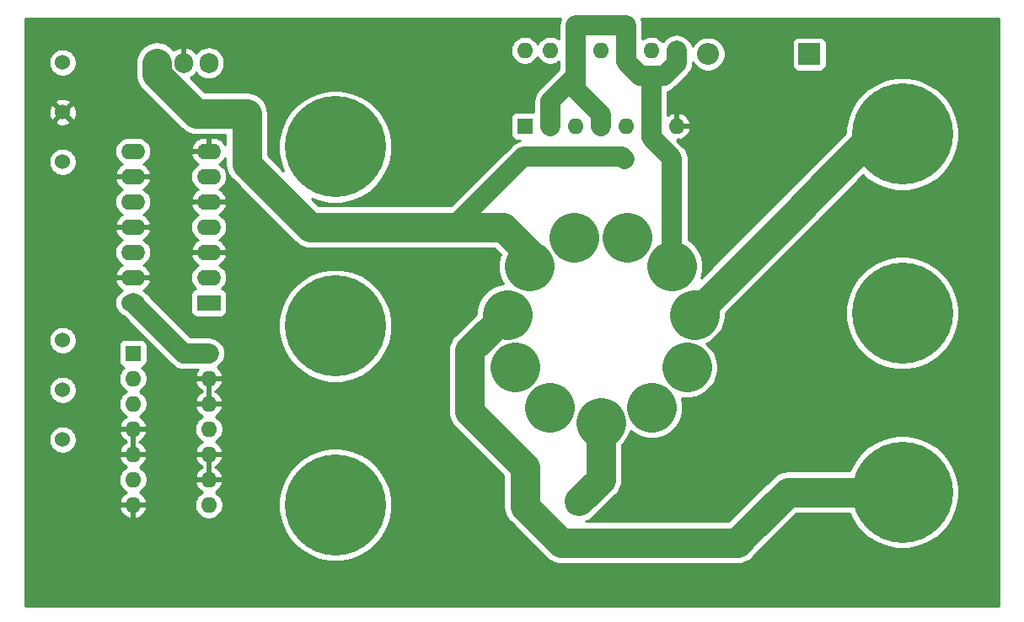
<source format=gbr>
%TF.GenerationSoftware,KiCad,Pcbnew,(5.1.5)-3*%
%TF.CreationDate,2020-11-20T20:56:09+01:00*%
%TF.ProjectId,PCB,5043422e-6b69-4636-9164-5f7063625858,rev?*%
%TF.SameCoordinates,Original*%
%TF.FileFunction,Copper,L2,Bot*%
%TF.FilePolarity,Positive*%
%FSLAX46Y46*%
G04 Gerber Fmt 4.6, Leading zero omitted, Abs format (unit mm)*
G04 Created by KiCad (PCBNEW (5.1.5)-3) date 2020-11-20 20:56:09*
%MOMM*%
%LPD*%
G04 APERTURE LIST*
%TA.AperFunction,ComponentPad*%
%ADD10O,2.200000X2.200000*%
%TD*%
%TA.AperFunction,ComponentPad*%
%ADD11R,2.200000X2.200000*%
%TD*%
%TA.AperFunction,ComponentPad*%
%ADD12C,10.160000*%
%TD*%
%TA.AperFunction,ComponentPad*%
%ADD13O,2.400000X1.600000*%
%TD*%
%TA.AperFunction,ComponentPad*%
%ADD14R,2.400000X1.600000*%
%TD*%
%TA.AperFunction,ComponentPad*%
%ADD15O,1.600000X1.600000*%
%TD*%
%TA.AperFunction,ComponentPad*%
%ADD16R,1.600000X1.600000*%
%TD*%
%TA.AperFunction,ComponentPad*%
%ADD17O,1.905000X2.000000*%
%TD*%
%TA.AperFunction,ComponentPad*%
%ADD18R,1.905000X2.000000*%
%TD*%
%TA.AperFunction,ComponentPad*%
%ADD19C,5.000000*%
%TD*%
%TA.AperFunction,ComponentPad*%
%ADD20C,1.524000*%
%TD*%
%TA.AperFunction,ViaPad*%
%ADD21C,0.800000*%
%TD*%
%TA.AperFunction,Conductor*%
%ADD22C,2.000000*%
%TD*%
%TA.AperFunction,Conductor*%
%ADD23C,3.000000*%
%TD*%
%TA.AperFunction,Conductor*%
%ADD24C,0.254000*%
%TD*%
G04 APERTURE END LIST*
D10*
%TO.P,D1,2*%
%TO.N,Net-(D1-Pad2)*%
X165735000Y-23241000D03*
D11*
%TO.P,D1,1*%
%TO.N,+15V*%
X175895000Y-23241000D03*
%TD*%
D12*
%TO.P,J4,3*%
%TO.N,Net-(J4-Pad3)*%
X185240000Y-31300000D03*
%TO.P,J4,2*%
%TO.N,Net-(J4-Pad2)*%
X185240000Y-49300000D03*
%TO.P,J4,1*%
%TO.N,Net-(J4-Pad1)*%
X185240000Y-67300000D03*
%TD*%
D13*
%TO.P,U4,14*%
%TO.N,+5V*%
X107950000Y-48260000D03*
%TO.P,U4,7*%
%TO.N,GND*%
X115570000Y-33020000D03*
%TO.P,U4,13*%
X107950000Y-45720000D03*
%TO.P,U4,6*%
%TO.N,Net-(U4-Pad6)*%
X115570000Y-35560000D03*
%TO.P,U4,12*%
%TO.N,Net-(U4-Pad12)*%
X107950000Y-43180000D03*
%TO.P,U4,5*%
%TO.N,GND*%
X115570000Y-38100000D03*
%TO.P,U4,11*%
X107950000Y-40640000D03*
%TO.P,U4,4*%
%TO.N,Net-(U4-Pad4)*%
X115570000Y-40640000D03*
%TO.P,U4,10*%
%TO.N,Net-(U4-Pad10)*%
X107950000Y-38100000D03*
%TO.P,U4,3*%
%TO.N,GND*%
X115570000Y-43180000D03*
%TO.P,U4,9*%
X107950000Y-35560000D03*
%TO.P,U4,2*%
%TO.N,Net-(U3-Pad1)*%
X115570000Y-45720000D03*
%TO.P,U4,8*%
%TO.N,Net-(U4-Pad8)*%
X107950000Y-33020000D03*
D14*
%TO.P,U4,1*%
%TO.N,Net-(U2-Pad3)*%
X115570000Y-48260000D03*
%TD*%
D15*
%TO.P,U3,14*%
%TO.N,+5V*%
X147320000Y-22860000D03*
%TO.P,U3,7*%
%TO.N,GND*%
X162560000Y-30480000D03*
%TO.P,U3,13*%
%TO.N,Net-(U3-Pad1)*%
X149860000Y-22860000D03*
%TO.P,U3,6*%
%TO.N,Net-(D1-Pad2)*%
X160020000Y-30480000D03*
%TO.P,U3,12*%
X152400000Y-22860000D03*
%TO.P,U3,5*%
%TO.N,Net-(U3-Pad1)*%
X157480000Y-30480000D03*
%TO.P,U3,11*%
X154940000Y-22860000D03*
%TO.P,U3,4*%
%TO.N,Net-(D1-Pad2)*%
X154940000Y-30480000D03*
%TO.P,U3,10*%
X157480000Y-22860000D03*
%TO.P,U3,3*%
%TO.N,Net-(U3-Pad1)*%
X152400000Y-30480000D03*
%TO.P,U3,9*%
X160020000Y-22860000D03*
%TO.P,U3,2*%
%TO.N,Net-(D1-Pad2)*%
X149860000Y-30480000D03*
%TO.P,U3,8*%
X162560000Y-22860000D03*
D16*
%TO.P,U3,1*%
%TO.N,Net-(U3-Pad1)*%
X147320000Y-30480000D03*
%TD*%
D15*
%TO.P,U2,14*%
%TO.N,+5V*%
X115570000Y-53340000D03*
%TO.P,U2,7*%
%TO.N,GND*%
X107950000Y-68580000D03*
%TO.P,U2,13*%
X115570000Y-55880000D03*
%TO.P,U2,6*%
%TO.N,Net-(U2-Pad6)*%
X107950000Y-66040000D03*
%TO.P,U2,12*%
%TO.N,GND*%
X115570000Y-58420000D03*
%TO.P,U2,5*%
X107950000Y-63500000D03*
%TO.P,U2,11*%
%TO.N,Net-(U2-Pad11)*%
X115570000Y-60960000D03*
%TO.P,U2,4*%
%TO.N,GND*%
X107950000Y-60960000D03*
%TO.P,U2,10*%
X115570000Y-63500000D03*
%TO.P,U2,3*%
%TO.N,Net-(U2-Pad3)*%
X107950000Y-58420000D03*
%TO.P,U2,9*%
%TO.N,GND*%
X115570000Y-66040000D03*
%TO.P,U2,2*%
%TO.N,Net-(J2-Pad2)*%
X107950000Y-55880000D03*
%TO.P,U2,8*%
%TO.N,Net-(U2-Pad8)*%
X115570000Y-68580000D03*
D16*
%TO.P,U2,1*%
%TO.N,Net-(J2-Pad1)*%
X107950000Y-53340000D03*
%TD*%
D17*
%TO.P,U1,3*%
%TO.N,+5V*%
X115570000Y-24130000D03*
%TO.P,U1,2*%
%TO.N,GND*%
X113030000Y-24130000D03*
D18*
%TO.P,U1,1*%
%TO.N,+15V*%
X110490000Y-24130000D03*
%TD*%
D19*
%TO.P,Q1,11*%
%TO.N,Net-(J3-Pad1)*%
X152262963Y-41684987D02*
X152262963Y-41684987D01*
%TO.P,Q1,10*%
%TO.N,+15V*%
X147759985Y-44579279D02*
X147759985Y-44579279D01*
%TO.P,Q1,9*%
%TO.N,Net-(J4-Pad1)*%
X145536611Y-49448606D02*
X145536611Y-49448606D01*
%TO.P,Q1,8*%
%TO.N,Net-(R1-Pad8)*%
X146298747Y-54746991D02*
X146298747Y-54746991D01*
%TO.P,Q1,7*%
%TO.N,Net-(J4-Pad2)*%
X149804420Y-58792234D02*
X149804420Y-58792234D01*
%TO.P,Q1,6*%
%TO.N,Net-(J3-Pad2)*%
X154940602Y-60299999D02*
X154940602Y-60299999D01*
%TO.P,Q1,5*%
%TO.N,Net-(R1-Pad5)*%
X160076594Y-58791582D02*
X160076594Y-58791582D01*
%TO.P,Q1,4*%
%TO.N,Net-(R1-Pad4)*%
X163581754Y-54745894D02*
X163581754Y-54745894D01*
%TO.P,Q1,3*%
%TO.N,Net-(J4-Pad3)*%
X164343217Y-49447413D02*
X164343217Y-49447413D01*
%TO.P,Q1,2*%
%TO.N,Net-(D1-Pad2)*%
X162119226Y-44578368D02*
X162119226Y-44578368D01*
%TO.P,Q1,1*%
%TO.N,Net-(J3-Pad3)*%
X157615880Y-41684647D02*
X157615880Y-41684647D01*
%TD*%
D12*
%TO.P,J3,3*%
%TO.N,Net-(J3-Pad3)*%
X128270000Y-32580000D03*
%TO.P,J3,2*%
%TO.N,Net-(J3-Pad2)*%
X128270000Y-50580000D03*
%TO.P,J3,1*%
%TO.N,Net-(J3-Pad1)*%
X128270000Y-68580000D03*
%TD*%
D20*
%TO.P,J2,3*%
%TO.N,Net-(J2-Pad3)*%
X100890000Y-62030000D03*
%TO.P,J2,2*%
%TO.N,Net-(J2-Pad2)*%
X100890000Y-57030000D03*
%TO.P,J2,1*%
%TO.N,Net-(J2-Pad1)*%
X100890000Y-52030000D03*
%TD*%
%TO.P,J1,3*%
%TO.N,Net-(J1-Pad3)*%
X100890000Y-34090000D03*
%TO.P,J1,2*%
%TO.N,GND*%
X100890000Y-29090000D03*
%TO.P,J1,1*%
%TO.N,+15V*%
X100890000Y-24090000D03*
%TD*%
D21*
%TO.N,+15V*%
X157353000Y-33782000D03*
%TO.N,GND*%
X101520000Y-44140000D03*
%TO.N,Net-(J3-Pad2)*%
X152400000Y-68580000D03*
%TD*%
D22*
%TO.N,Net-(D1-Pad2)*%
X162560000Y-22860000D02*
X162560000Y-24130000D01*
X162560000Y-24130000D02*
X161290000Y-25400000D01*
X157480000Y-23991370D02*
X157480000Y-22860000D01*
X158888630Y-25400000D02*
X157480000Y-23991370D01*
X160020000Y-25400000D02*
X160020000Y-30480000D01*
X160020000Y-25400000D02*
X158888630Y-25400000D01*
X161290000Y-25400000D02*
X160020000Y-25400000D01*
X157480000Y-22860000D02*
X157480000Y-20320000D01*
X157480000Y-20320000D02*
X152400000Y-20320000D01*
X152400000Y-20320000D02*
X152400000Y-22860000D01*
X149860000Y-30480000D02*
X149860000Y-27940000D01*
X152400000Y-25400000D02*
X152400000Y-22860000D01*
X149860000Y-27940000D02*
X152400000Y-25400000D01*
X152400000Y-26808630D02*
X152400000Y-25400000D01*
X154940000Y-29348630D02*
X152400000Y-26808630D01*
X154940000Y-30480000D02*
X154940000Y-29348630D01*
X160020000Y-30480000D02*
X160020000Y-31623000D01*
X162119226Y-33722226D02*
X162119226Y-44578368D01*
X160020000Y-31623000D02*
X162119226Y-33722226D01*
%TO.N,+15V*%
X110490000Y-24711559D02*
X110490000Y-24130000D01*
X114988441Y-29210000D02*
X110490000Y-24711559D01*
X119380000Y-29210000D02*
X114988441Y-29210000D01*
D23*
X147759985Y-43290015D02*
X145109970Y-40640000D01*
X147759985Y-44579279D02*
X147759985Y-43290015D01*
X119380000Y-34290000D02*
X119380000Y-29210000D01*
X125730000Y-40640000D02*
X119380000Y-34290000D01*
X110377490Y-25276205D02*
X110377490Y-24130000D01*
X119380000Y-29210000D02*
X114311285Y-29210000D01*
X114311285Y-29210000D02*
X110377490Y-25276205D01*
X138430000Y-40640000D02*
X125730000Y-40640000D01*
X145109970Y-40640000D02*
X138430000Y-40640000D01*
D22*
X157353000Y-33782000D02*
X157353000Y-33782000D01*
X147193000Y-33528000D02*
X157099000Y-33528000D01*
X157099000Y-33528000D02*
X157353000Y-33782000D01*
X138430000Y-40640000D02*
X140081000Y-40640000D01*
X140081000Y-40640000D02*
X147193000Y-33528000D01*
%TO.N,Net-(J3-Pad2)*%
X154940602Y-66039398D02*
X152400000Y-68580000D01*
D23*
X154940602Y-66039398D02*
X152753553Y-68226447D01*
X154940602Y-66039398D02*
X154940602Y-60299999D01*
%TO.N,Net-(J4-Pad3)*%
X182441000Y-31300000D02*
X185240000Y-31300000D01*
X175260000Y-38481000D02*
X182441000Y-31300000D01*
X164343217Y-49447413D02*
X175260000Y-38530630D01*
X175260000Y-38530630D02*
X175260000Y-38481000D01*
%TO.N,Net-(J4-Pad1)*%
X173746000Y-67300000D02*
X185240000Y-67300000D01*
X169291000Y-71755000D02*
X173736000Y-67310000D01*
X168656000Y-72390000D02*
X169291000Y-71755000D01*
X150960000Y-72390000D02*
X168656000Y-72390000D01*
X147320000Y-64770000D02*
X147320000Y-68750000D01*
X141770000Y-59220000D02*
X147320000Y-64770000D01*
X147320000Y-68750000D02*
X150960000Y-72390000D01*
X145536611Y-49448606D02*
X144438227Y-50546990D01*
X141770000Y-53059736D02*
X141770000Y-59220000D01*
X144438227Y-50546990D02*
X144282746Y-50546990D01*
X144282746Y-50546990D02*
X141770000Y-53059736D01*
D22*
%TO.N,+5V*%
X113030000Y-53340000D02*
X107950000Y-48260000D01*
X115570000Y-53340000D02*
X113030000Y-53340000D01*
%TD*%
D24*
%TO.N,GND*%
G36*
X150788657Y-19999484D02*
G01*
X150757089Y-20320000D01*
X150765000Y-20400323D01*
X150765001Y-21738843D01*
X150539727Y-21588320D01*
X150278574Y-21480147D01*
X150001335Y-21425000D01*
X149718665Y-21425000D01*
X149441426Y-21480147D01*
X149180273Y-21588320D01*
X148945241Y-21745363D01*
X148745363Y-21945241D01*
X148590000Y-22177759D01*
X148434637Y-21945241D01*
X148234759Y-21745363D01*
X147999727Y-21588320D01*
X147738574Y-21480147D01*
X147461335Y-21425000D01*
X147178665Y-21425000D01*
X146901426Y-21480147D01*
X146640273Y-21588320D01*
X146405241Y-21745363D01*
X146205363Y-21945241D01*
X146048320Y-22180273D01*
X145940147Y-22441426D01*
X145885000Y-22718665D01*
X145885000Y-23001335D01*
X145940147Y-23278574D01*
X146048320Y-23539727D01*
X146205363Y-23774759D01*
X146405241Y-23974637D01*
X146640273Y-24131680D01*
X146901426Y-24239853D01*
X147178665Y-24295000D01*
X147461335Y-24295000D01*
X147738574Y-24239853D01*
X147999727Y-24131680D01*
X148234759Y-23974637D01*
X148434637Y-23774759D01*
X148590000Y-23542241D01*
X148745363Y-23774759D01*
X148945241Y-23974637D01*
X149180273Y-24131680D01*
X149441426Y-24239853D01*
X149718665Y-24295000D01*
X150001335Y-24295000D01*
X150278574Y-24239853D01*
X150539727Y-24131680D01*
X150765001Y-23981157D01*
X150765000Y-24722761D01*
X148760682Y-26727080D01*
X148698287Y-26778286D01*
X148583749Y-26917852D01*
X148493970Y-27027248D01*
X148342148Y-27311286D01*
X148248658Y-27619484D01*
X148217089Y-27940000D01*
X148225001Y-28020329D01*
X148225001Y-29052269D01*
X148120000Y-29041928D01*
X146520000Y-29041928D01*
X146395518Y-29054188D01*
X146275820Y-29090498D01*
X146165506Y-29149463D01*
X146068815Y-29228815D01*
X145989463Y-29325506D01*
X145930498Y-29435820D01*
X145894188Y-29555518D01*
X145881928Y-29680000D01*
X145881928Y-31280000D01*
X145894188Y-31404482D01*
X145930498Y-31524180D01*
X145989463Y-31634494D01*
X146068815Y-31731185D01*
X146165506Y-31810537D01*
X146275820Y-31869502D01*
X146395518Y-31905812D01*
X146520000Y-31918072D01*
X146867818Y-31918072D01*
X146596446Y-32000392D01*
X146564285Y-32010148D01*
X146280248Y-32161969D01*
X146031286Y-32366286D01*
X145980080Y-32428681D01*
X139903762Y-38505000D01*
X126614346Y-38505000D01*
X125888956Y-37779610D01*
X126602996Y-38075375D01*
X127707122Y-38295000D01*
X128832878Y-38295000D01*
X129937004Y-38075375D01*
X130977067Y-37644567D01*
X131913100Y-37019130D01*
X132709130Y-36223100D01*
X133334567Y-35287067D01*
X133765375Y-34247004D01*
X133985000Y-33142878D01*
X133985000Y-32017122D01*
X133765375Y-30912996D01*
X133334567Y-29872933D01*
X132709130Y-28936900D01*
X131913100Y-28140870D01*
X130977067Y-27515433D01*
X129937004Y-27084625D01*
X128832878Y-26865000D01*
X127707122Y-26865000D01*
X126602996Y-27084625D01*
X125562933Y-27515433D01*
X124626900Y-28140870D01*
X123830870Y-28936900D01*
X123205433Y-29872933D01*
X122774625Y-30912996D01*
X122555000Y-32017122D01*
X122555000Y-33142878D01*
X122774625Y-34247004D01*
X123070390Y-34961045D01*
X121515000Y-33405655D01*
X121515000Y-29314882D01*
X121525330Y-29210000D01*
X121484108Y-28791467D01*
X121362026Y-28389018D01*
X121163777Y-28018119D01*
X120896977Y-27693023D01*
X120571881Y-27426223D01*
X120200982Y-27227974D01*
X119798533Y-27105892D01*
X119484882Y-27075000D01*
X119380000Y-27064670D01*
X119275118Y-27075000D01*
X115195631Y-27075000D01*
X113719151Y-25598521D01*
X113896923Y-25505969D01*
X114139437Y-25311315D01*
X114294837Y-25126101D01*
X114442037Y-25305463D01*
X114683766Y-25503845D01*
X114959552Y-25651255D01*
X115258797Y-25742030D01*
X115570000Y-25772681D01*
X115881204Y-25742030D01*
X116180449Y-25651255D01*
X116456235Y-25503845D01*
X116697963Y-25305463D01*
X116896345Y-25063734D01*
X117043755Y-24787948D01*
X117134530Y-24488703D01*
X117157500Y-24255485D01*
X117157500Y-24004514D01*
X117134530Y-23771296D01*
X117043755Y-23472051D01*
X116896345Y-23196265D01*
X116697963Y-22954537D01*
X116456234Y-22756155D01*
X116180448Y-22608745D01*
X115881203Y-22517970D01*
X115570000Y-22487319D01*
X115258796Y-22517970D01*
X114959551Y-22608745D01*
X114683765Y-22756155D01*
X114442037Y-22954537D01*
X114294838Y-23133900D01*
X114139437Y-22948685D01*
X113896923Y-22754031D01*
X113621094Y-22610429D01*
X113402980Y-22539437D01*
X113157000Y-22659406D01*
X113157000Y-24003000D01*
X113177000Y-24003000D01*
X113177000Y-24257000D01*
X113157000Y-24257000D01*
X113157000Y-24277000D01*
X112903000Y-24277000D01*
X112903000Y-24257000D01*
X112883000Y-24257000D01*
X112883000Y-24003000D01*
X112903000Y-24003000D01*
X112903000Y-22659406D01*
X112657020Y-22539437D01*
X112438906Y-22610429D01*
X112163077Y-22754031D01*
X112070905Y-22828013D01*
X111894467Y-22613023D01*
X111569371Y-22346223D01*
X111198472Y-22147974D01*
X110796023Y-22025892D01*
X110377490Y-21984670D01*
X109958958Y-22025892D01*
X109556509Y-22147974D01*
X109185610Y-22346223D01*
X108860514Y-22613023D01*
X108593714Y-22938119D01*
X108395465Y-23309018D01*
X108273382Y-23711467D01*
X108242490Y-24025118D01*
X108242490Y-25171333D01*
X108232161Y-25276205D01*
X108242490Y-25381077D01*
X108242490Y-25381086D01*
X108273382Y-25694737D01*
X108395464Y-26097186D01*
X108593713Y-26468086D01*
X108860513Y-26793182D01*
X108941982Y-26860042D01*
X112727452Y-30645513D01*
X112794308Y-30726977D01*
X112875772Y-30793833D01*
X112875774Y-30793835D01*
X112982554Y-30881467D01*
X113119404Y-30993777D01*
X113490303Y-31192026D01*
X113892752Y-31314108D01*
X114206403Y-31345000D01*
X114206412Y-31345000D01*
X114311284Y-31355329D01*
X114416156Y-31345000D01*
X117245001Y-31345000D01*
X117245000Y-32354854D01*
X117233715Y-32328354D01*
X117074500Y-32095105D01*
X116872839Y-31897399D01*
X116636483Y-31742834D01*
X116374514Y-31637350D01*
X116097000Y-31585000D01*
X115697000Y-31585000D01*
X115697000Y-32893000D01*
X115717000Y-32893000D01*
X115717000Y-33147000D01*
X115697000Y-33147000D01*
X115697000Y-33167000D01*
X115443000Y-33167000D01*
X115443000Y-33147000D01*
X113900085Y-33147000D01*
X113778096Y-33369039D01*
X113795633Y-33451818D01*
X113906285Y-33711646D01*
X114065500Y-33944895D01*
X114267161Y-34142601D01*
X114496741Y-34292735D01*
X114368899Y-34361068D01*
X114150392Y-34540392D01*
X113971068Y-34758899D01*
X113837818Y-35008192D01*
X113755764Y-35278691D01*
X113728057Y-35560000D01*
X113755764Y-35841309D01*
X113837818Y-36111808D01*
X113971068Y-36361101D01*
X114150392Y-36579608D01*
X114368899Y-36758932D01*
X114496741Y-36827265D01*
X114267161Y-36977399D01*
X114065500Y-37175105D01*
X113906285Y-37408354D01*
X113795633Y-37668182D01*
X113778096Y-37750961D01*
X113900085Y-37973000D01*
X115443000Y-37973000D01*
X115443000Y-37953000D01*
X115697000Y-37953000D01*
X115697000Y-37973000D01*
X117239915Y-37973000D01*
X117361904Y-37750961D01*
X117344367Y-37668182D01*
X117233715Y-37408354D01*
X117074500Y-37175105D01*
X116872839Y-36977399D01*
X116643259Y-36827265D01*
X116771101Y-36758932D01*
X116989608Y-36579608D01*
X117168932Y-36361101D01*
X117302182Y-36111808D01*
X117384236Y-35841309D01*
X117411943Y-35560000D01*
X117384236Y-35278691D01*
X117302182Y-35008192D01*
X117168932Y-34758899D01*
X116989608Y-34540392D01*
X116771101Y-34361068D01*
X116643259Y-34292735D01*
X116872839Y-34142601D01*
X117074500Y-33944895D01*
X117233715Y-33711646D01*
X117245000Y-33685147D01*
X117245000Y-34185128D01*
X117234671Y-34290000D01*
X117245000Y-34394872D01*
X117245000Y-34394881D01*
X117275892Y-34708532D01*
X117397974Y-35110981D01*
X117596223Y-35481881D01*
X117863023Y-35806977D01*
X117944492Y-35873837D01*
X124146167Y-42075513D01*
X124213023Y-42156977D01*
X124294487Y-42223833D01*
X124294489Y-42223835D01*
X124466338Y-42364868D01*
X124538119Y-42423777D01*
X124909018Y-42622026D01*
X125311467Y-42744108D01*
X125625118Y-42775000D01*
X125625127Y-42775000D01*
X125729999Y-42785329D01*
X125834871Y-42775000D01*
X144225625Y-42775000D01*
X144853831Y-43403206D01*
X144745461Y-43664833D01*
X144624985Y-44270508D01*
X144624985Y-44888050D01*
X144745461Y-45493725D01*
X144981784Y-46064258D01*
X145157713Y-46327555D01*
X144622165Y-46434082D01*
X144051632Y-46670405D01*
X143538165Y-47013492D01*
X143101497Y-47450160D01*
X142758410Y-47963627D01*
X142522087Y-48534160D01*
X142401611Y-49139835D01*
X142401611Y-49408779D01*
X140334492Y-51475899D01*
X140253023Y-51542759D01*
X139986223Y-51867855D01*
X139787974Y-52238755D01*
X139665892Y-52641204D01*
X139635000Y-52954855D01*
X139635000Y-52954864D01*
X139624671Y-53059736D01*
X139635000Y-53164608D01*
X139635001Y-59115118D01*
X139624671Y-59220000D01*
X139665893Y-59638533D01*
X139787975Y-60040982D01*
X139986224Y-60411881D01*
X140186165Y-60655510D01*
X140186168Y-60655513D01*
X140253024Y-60736977D01*
X140334487Y-60803832D01*
X145185000Y-65654346D01*
X145185001Y-68645119D01*
X145174671Y-68750000D01*
X145215893Y-69168533D01*
X145337975Y-69570982D01*
X145536224Y-69941881D01*
X145736165Y-70185510D01*
X145736168Y-70185513D01*
X145803024Y-70266977D01*
X145884487Y-70333832D01*
X149376167Y-73825513D01*
X149443023Y-73906977D01*
X149524487Y-73973833D01*
X149524489Y-73973835D01*
X149648216Y-74075375D01*
X149768119Y-74173777D01*
X150139018Y-74372026D01*
X150541467Y-74494108D01*
X150855118Y-74525000D01*
X150855127Y-74525000D01*
X150959999Y-74535329D01*
X151064871Y-74525000D01*
X168551128Y-74525000D01*
X168656000Y-74535329D01*
X168760872Y-74525000D01*
X168760882Y-74525000D01*
X169074533Y-74494108D01*
X169476982Y-74372026D01*
X169847881Y-74173777D01*
X170172977Y-73906977D01*
X170239837Y-73825508D01*
X170874836Y-73190509D01*
X174630346Y-69435000D01*
X179938475Y-69435000D01*
X180175433Y-70007067D01*
X180800870Y-70943100D01*
X181596900Y-71739130D01*
X182532933Y-72364567D01*
X183572996Y-72795375D01*
X184677122Y-73015000D01*
X185802878Y-73015000D01*
X186907004Y-72795375D01*
X187947067Y-72364567D01*
X188883100Y-71739130D01*
X189679130Y-70943100D01*
X190304567Y-70007067D01*
X190735375Y-68967004D01*
X190955000Y-67862878D01*
X190955000Y-66737122D01*
X190735375Y-65632996D01*
X190304567Y-64592933D01*
X189679130Y-63656900D01*
X188883100Y-62860870D01*
X187947067Y-62235433D01*
X186907004Y-61804625D01*
X185802878Y-61585000D01*
X184677122Y-61585000D01*
X183572996Y-61804625D01*
X182532933Y-62235433D01*
X181596900Y-62860870D01*
X180800870Y-63656900D01*
X180175433Y-64592933D01*
X179938475Y-65165000D01*
X173739339Y-65165000D01*
X173735999Y-65164671D01*
X173732659Y-65165000D01*
X173641118Y-65165000D01*
X173327467Y-65195892D01*
X172925018Y-65317974D01*
X172554119Y-65516223D01*
X172229023Y-65783023D01*
X172162167Y-65864487D01*
X167855491Y-70171164D01*
X167771655Y-70255000D01*
X153421153Y-70255000D01*
X153574535Y-70208472D01*
X153945434Y-70010223D01*
X154189063Y-69810282D01*
X156376115Y-67623231D01*
X156457579Y-67556375D01*
X156724379Y-67231279D01*
X156922628Y-66860380D01*
X157044710Y-66457931D01*
X157075602Y-66144280D01*
X157075602Y-66144271D01*
X157085931Y-66039399D01*
X157075602Y-65934527D01*
X157075602Y-62598559D01*
X157375716Y-62298445D01*
X157718803Y-61784978D01*
X157955126Y-61214445D01*
X157973504Y-61122052D01*
X158078148Y-61226696D01*
X158591615Y-61569783D01*
X159162148Y-61806106D01*
X159767823Y-61926582D01*
X160385365Y-61926582D01*
X160991040Y-61806106D01*
X161561573Y-61569783D01*
X162075040Y-61226696D01*
X162511708Y-60790028D01*
X162854795Y-60276561D01*
X163091118Y-59706028D01*
X163211594Y-59100353D01*
X163211594Y-58482811D01*
X163091118Y-57877136D01*
X163076485Y-57841808D01*
X163272983Y-57880894D01*
X163890525Y-57880894D01*
X164496200Y-57760418D01*
X165066733Y-57524095D01*
X165580200Y-57181008D01*
X166016868Y-56744340D01*
X166359955Y-56230873D01*
X166596278Y-55660340D01*
X166716754Y-55054665D01*
X166716754Y-54437123D01*
X166596278Y-53831448D01*
X166359955Y-53260915D01*
X166016868Y-52747448D01*
X165592615Y-52323195D01*
X165828196Y-52225614D01*
X166341663Y-51882527D01*
X166778331Y-51445859D01*
X167121418Y-50932392D01*
X167357741Y-50361859D01*
X167478217Y-49756184D01*
X167478217Y-49331758D01*
X168072853Y-48737122D01*
X179525000Y-48737122D01*
X179525000Y-49862878D01*
X179744625Y-50967004D01*
X180175433Y-52007067D01*
X180800870Y-52943100D01*
X181596900Y-53739130D01*
X182532933Y-54364567D01*
X183572996Y-54795375D01*
X184677122Y-55015000D01*
X185802878Y-55015000D01*
X186907004Y-54795375D01*
X187947067Y-54364567D01*
X188883100Y-53739130D01*
X189679130Y-52943100D01*
X190304567Y-52007067D01*
X190735375Y-50967004D01*
X190955000Y-49862878D01*
X190955000Y-48737122D01*
X190735375Y-47632996D01*
X190304567Y-46592933D01*
X189679130Y-45656900D01*
X188883100Y-44860870D01*
X187947067Y-44235433D01*
X186907004Y-43804625D01*
X185802878Y-43585000D01*
X184677122Y-43585000D01*
X183572996Y-43804625D01*
X182532933Y-44235433D01*
X181596900Y-44860870D01*
X180800870Y-45656900D01*
X180175433Y-46592933D01*
X179744625Y-47632996D01*
X179525000Y-48737122D01*
X168072853Y-48737122D01*
X176695513Y-40114463D01*
X176776977Y-40047607D01*
X176843833Y-39966143D01*
X176843836Y-39966140D01*
X177043776Y-39722512D01*
X177047736Y-39715105D01*
X177050601Y-39709744D01*
X181309058Y-35451288D01*
X181596900Y-35739130D01*
X182532933Y-36364567D01*
X183572996Y-36795375D01*
X184677122Y-37015000D01*
X185802878Y-37015000D01*
X186907004Y-36795375D01*
X187947067Y-36364567D01*
X188883100Y-35739130D01*
X189679130Y-34943100D01*
X190304567Y-34007067D01*
X190735375Y-32967004D01*
X190955000Y-31862878D01*
X190955000Y-30737122D01*
X190735375Y-29632996D01*
X190304567Y-28592933D01*
X189679130Y-27656900D01*
X188883100Y-26860870D01*
X187947067Y-26235433D01*
X186907004Y-25804625D01*
X185802878Y-25585000D01*
X184677122Y-25585000D01*
X183572996Y-25804625D01*
X182532933Y-26235433D01*
X181596900Y-26860870D01*
X180800870Y-27656900D01*
X180175433Y-28592933D01*
X179744625Y-29632996D01*
X179525000Y-30737122D01*
X179525000Y-31196654D01*
X173824492Y-36897163D01*
X173743023Y-36964023D01*
X173476223Y-37289119D01*
X173469400Y-37301884D01*
X165031417Y-45739868D01*
X165133750Y-45492814D01*
X165254226Y-44887139D01*
X165254226Y-44269597D01*
X165133750Y-43663922D01*
X164897427Y-43093389D01*
X164554340Y-42579922D01*
X164117672Y-42143254D01*
X163754226Y-41900408D01*
X163754226Y-33802545D01*
X163762137Y-33722226D01*
X163743007Y-33528000D01*
X163730569Y-33401710D01*
X163637078Y-33093511D01*
X163485257Y-32809474D01*
X163280940Y-32560512D01*
X163218546Y-32509307D01*
X162624239Y-31915000D01*
X162687002Y-31915000D01*
X162687002Y-31749916D01*
X162909039Y-31871904D01*
X163043087Y-31831246D01*
X163297420Y-31711037D01*
X163523414Y-31543519D01*
X163712385Y-31335131D01*
X163857070Y-31093881D01*
X163951909Y-30829040D01*
X163830624Y-30607000D01*
X162687000Y-30607000D01*
X162687000Y-30627000D01*
X162433000Y-30627000D01*
X162433000Y-30607000D01*
X162413000Y-30607000D01*
X162413000Y-30353000D01*
X162433000Y-30353000D01*
X162433000Y-29210085D01*
X162687000Y-29210085D01*
X162687000Y-30353000D01*
X163830624Y-30353000D01*
X163951909Y-30130960D01*
X163857070Y-29866119D01*
X163712385Y-29624869D01*
X163523414Y-29416481D01*
X163297420Y-29248963D01*
X163043087Y-29128754D01*
X162909039Y-29088096D01*
X162687000Y-29210085D01*
X162433000Y-29210085D01*
X162210961Y-29088096D01*
X162076913Y-29128754D01*
X161822580Y-29248963D01*
X161655000Y-29373182D01*
X161655000Y-26997849D01*
X161918715Y-26917852D01*
X162202752Y-26766031D01*
X162451714Y-26561714D01*
X162502924Y-26499314D01*
X163659318Y-25342921D01*
X163721714Y-25291714D01*
X163926031Y-25042752D01*
X164077852Y-24758715D01*
X164171343Y-24450516D01*
X164195000Y-24210322D01*
X164195000Y-24210320D01*
X164202911Y-24130001D01*
X164195931Y-24059132D01*
X164197463Y-24062831D01*
X164387337Y-24346998D01*
X164629002Y-24588663D01*
X164913169Y-24778537D01*
X165228919Y-24909325D01*
X165564117Y-24976000D01*
X165905883Y-24976000D01*
X166241081Y-24909325D01*
X166556831Y-24778537D01*
X166840998Y-24588663D01*
X167082663Y-24346998D01*
X167272537Y-24062831D01*
X167403325Y-23747081D01*
X167470000Y-23411883D01*
X167470000Y-23070117D01*
X167403325Y-22734919D01*
X167272537Y-22419169D01*
X167086671Y-22141000D01*
X174156928Y-22141000D01*
X174156928Y-24341000D01*
X174169188Y-24465482D01*
X174205498Y-24585180D01*
X174264463Y-24695494D01*
X174343815Y-24792185D01*
X174440506Y-24871537D01*
X174550820Y-24930502D01*
X174670518Y-24966812D01*
X174795000Y-24979072D01*
X176995000Y-24979072D01*
X177119482Y-24966812D01*
X177239180Y-24930502D01*
X177349494Y-24871537D01*
X177446185Y-24792185D01*
X177525537Y-24695494D01*
X177584502Y-24585180D01*
X177620812Y-24465482D01*
X177633072Y-24341000D01*
X177633072Y-22141000D01*
X177620812Y-22016518D01*
X177584502Y-21896820D01*
X177525537Y-21786506D01*
X177446185Y-21689815D01*
X177349494Y-21610463D01*
X177239180Y-21551498D01*
X177119482Y-21515188D01*
X176995000Y-21502928D01*
X174795000Y-21502928D01*
X174670518Y-21515188D01*
X174550820Y-21551498D01*
X174440506Y-21610463D01*
X174343815Y-21689815D01*
X174264463Y-21786506D01*
X174205498Y-21896820D01*
X174169188Y-22016518D01*
X174156928Y-22141000D01*
X167086671Y-22141000D01*
X167082663Y-22135002D01*
X166840998Y-21893337D01*
X166556831Y-21703463D01*
X166241081Y-21572675D01*
X165905883Y-21506000D01*
X165564117Y-21506000D01*
X165228919Y-21572675D01*
X164913169Y-21703463D01*
X164629002Y-21893337D01*
X164387337Y-22135002D01*
X164197463Y-22419169D01*
X164161317Y-22506433D01*
X164077852Y-22231285D01*
X163926031Y-21947248D01*
X163721714Y-21698286D01*
X163472751Y-21493969D01*
X163188714Y-21342148D01*
X162880515Y-21248657D01*
X162560000Y-21217089D01*
X162239484Y-21248657D01*
X161931285Y-21342148D01*
X161647248Y-21493969D01*
X161398286Y-21698286D01*
X161193969Y-21947249D01*
X161168196Y-21995466D01*
X161134637Y-21945241D01*
X160934759Y-21745363D01*
X160699727Y-21588320D01*
X160438574Y-21480147D01*
X160161335Y-21425000D01*
X159878665Y-21425000D01*
X159601426Y-21480147D01*
X159340273Y-21588320D01*
X159115000Y-21738842D01*
X159115000Y-20400322D01*
X159122911Y-20320000D01*
X159091343Y-19999484D01*
X159003529Y-19710000D01*
X194920001Y-19710000D01*
X194920000Y-78760000D01*
X97180000Y-78760000D01*
X97180000Y-68929039D01*
X106558096Y-68929039D01*
X106598754Y-69063087D01*
X106718963Y-69317420D01*
X106886481Y-69543414D01*
X107094869Y-69732385D01*
X107336119Y-69877070D01*
X107600960Y-69971909D01*
X107823000Y-69850624D01*
X107823000Y-68707000D01*
X108077000Y-68707000D01*
X108077000Y-69850624D01*
X108299040Y-69971909D01*
X108563881Y-69877070D01*
X108805131Y-69732385D01*
X109013519Y-69543414D01*
X109181037Y-69317420D01*
X109301246Y-69063087D01*
X109341904Y-68929039D01*
X109219915Y-68707000D01*
X108077000Y-68707000D01*
X107823000Y-68707000D01*
X106680085Y-68707000D01*
X106558096Y-68929039D01*
X97180000Y-68929039D01*
X97180000Y-65898665D01*
X106515000Y-65898665D01*
X106515000Y-66181335D01*
X106570147Y-66458574D01*
X106678320Y-66719727D01*
X106835363Y-66954759D01*
X107035241Y-67154637D01*
X107270273Y-67311680D01*
X107280865Y-67316067D01*
X107094869Y-67427615D01*
X106886481Y-67616586D01*
X106718963Y-67842580D01*
X106598754Y-68096913D01*
X106558096Y-68230961D01*
X106680085Y-68453000D01*
X107823000Y-68453000D01*
X107823000Y-68433000D01*
X108077000Y-68433000D01*
X108077000Y-68453000D01*
X109219915Y-68453000D01*
X109227790Y-68438665D01*
X114135000Y-68438665D01*
X114135000Y-68721335D01*
X114190147Y-68998574D01*
X114298320Y-69259727D01*
X114455363Y-69494759D01*
X114655241Y-69694637D01*
X114890273Y-69851680D01*
X115151426Y-69959853D01*
X115428665Y-70015000D01*
X115711335Y-70015000D01*
X115988574Y-69959853D01*
X116249727Y-69851680D01*
X116484759Y-69694637D01*
X116684637Y-69494759D01*
X116841680Y-69259727D01*
X116949853Y-68998574D01*
X117005000Y-68721335D01*
X117005000Y-68438665D01*
X116949853Y-68161426D01*
X116890081Y-68017122D01*
X122555000Y-68017122D01*
X122555000Y-69142878D01*
X122774625Y-70247004D01*
X123205433Y-71287067D01*
X123830870Y-72223100D01*
X124626900Y-73019130D01*
X125562933Y-73644567D01*
X126602996Y-74075375D01*
X127707122Y-74295000D01*
X128832878Y-74295000D01*
X129937004Y-74075375D01*
X130977067Y-73644567D01*
X131913100Y-73019130D01*
X132709130Y-72223100D01*
X133334567Y-71287067D01*
X133765375Y-70247004D01*
X133985000Y-69142878D01*
X133985000Y-68017122D01*
X133765375Y-66912996D01*
X133334567Y-65872933D01*
X132709130Y-64936900D01*
X131913100Y-64140870D01*
X130977067Y-63515433D01*
X129937004Y-63084625D01*
X128832878Y-62865000D01*
X127707122Y-62865000D01*
X126602996Y-63084625D01*
X125562933Y-63515433D01*
X124626900Y-64140870D01*
X123830870Y-64936900D01*
X123205433Y-65872933D01*
X122774625Y-66912996D01*
X122555000Y-68017122D01*
X116890081Y-68017122D01*
X116841680Y-67900273D01*
X116684637Y-67665241D01*
X116484759Y-67465363D01*
X116249727Y-67308320D01*
X116239135Y-67303933D01*
X116425131Y-67192385D01*
X116633519Y-67003414D01*
X116801037Y-66777420D01*
X116921246Y-66523087D01*
X116961904Y-66389039D01*
X116839915Y-66167000D01*
X115697000Y-66167000D01*
X115697000Y-66187000D01*
X115443000Y-66187000D01*
X115443000Y-66167000D01*
X114300085Y-66167000D01*
X114178096Y-66389039D01*
X114218754Y-66523087D01*
X114338963Y-66777420D01*
X114506481Y-67003414D01*
X114714869Y-67192385D01*
X114900865Y-67303933D01*
X114890273Y-67308320D01*
X114655241Y-67465363D01*
X114455363Y-67665241D01*
X114298320Y-67900273D01*
X114190147Y-68161426D01*
X114135000Y-68438665D01*
X109227790Y-68438665D01*
X109341904Y-68230961D01*
X109301246Y-68096913D01*
X109181037Y-67842580D01*
X109013519Y-67616586D01*
X108805131Y-67427615D01*
X108619135Y-67316067D01*
X108629727Y-67311680D01*
X108864759Y-67154637D01*
X109064637Y-66954759D01*
X109221680Y-66719727D01*
X109329853Y-66458574D01*
X109385000Y-66181335D01*
X109385000Y-65898665D01*
X109329853Y-65621426D01*
X109221680Y-65360273D01*
X109064637Y-65125241D01*
X108864759Y-64925363D01*
X108629727Y-64768320D01*
X108619135Y-64763933D01*
X108805131Y-64652385D01*
X109013519Y-64463414D01*
X109181037Y-64237420D01*
X109301246Y-63983087D01*
X109341904Y-63849039D01*
X114178096Y-63849039D01*
X114218754Y-63983087D01*
X114338963Y-64237420D01*
X114506481Y-64463414D01*
X114714869Y-64652385D01*
X114910982Y-64770000D01*
X114714869Y-64887615D01*
X114506481Y-65076586D01*
X114338963Y-65302580D01*
X114218754Y-65556913D01*
X114178096Y-65690961D01*
X114300085Y-65913000D01*
X115443000Y-65913000D01*
X115443000Y-63627000D01*
X115697000Y-63627000D01*
X115697000Y-65913000D01*
X116839915Y-65913000D01*
X116961904Y-65690961D01*
X116921246Y-65556913D01*
X116801037Y-65302580D01*
X116633519Y-65076586D01*
X116425131Y-64887615D01*
X116229018Y-64770000D01*
X116425131Y-64652385D01*
X116633519Y-64463414D01*
X116801037Y-64237420D01*
X116921246Y-63983087D01*
X116961904Y-63849039D01*
X116839915Y-63627000D01*
X115697000Y-63627000D01*
X115443000Y-63627000D01*
X114300085Y-63627000D01*
X114178096Y-63849039D01*
X109341904Y-63849039D01*
X109219915Y-63627000D01*
X108077000Y-63627000D01*
X108077000Y-63647000D01*
X107823000Y-63647000D01*
X107823000Y-63627000D01*
X106680085Y-63627000D01*
X106558096Y-63849039D01*
X106598754Y-63983087D01*
X106718963Y-64237420D01*
X106886481Y-64463414D01*
X107094869Y-64652385D01*
X107280865Y-64763933D01*
X107270273Y-64768320D01*
X107035241Y-64925363D01*
X106835363Y-65125241D01*
X106678320Y-65360273D01*
X106570147Y-65621426D01*
X106515000Y-65898665D01*
X97180000Y-65898665D01*
X97180000Y-61892408D01*
X99493000Y-61892408D01*
X99493000Y-62167592D01*
X99546686Y-62437490D01*
X99651995Y-62691727D01*
X99804880Y-62920535D01*
X99999465Y-63115120D01*
X100228273Y-63268005D01*
X100482510Y-63373314D01*
X100752408Y-63427000D01*
X101027592Y-63427000D01*
X101297490Y-63373314D01*
X101551727Y-63268005D01*
X101780535Y-63115120D01*
X101975120Y-62920535D01*
X102128005Y-62691727D01*
X102233314Y-62437490D01*
X102287000Y-62167592D01*
X102287000Y-61892408D01*
X102233314Y-61622510D01*
X102128005Y-61368273D01*
X102088427Y-61309039D01*
X106558096Y-61309039D01*
X106598754Y-61443087D01*
X106718963Y-61697420D01*
X106886481Y-61923414D01*
X107094869Y-62112385D01*
X107290982Y-62230000D01*
X107094869Y-62347615D01*
X106886481Y-62536586D01*
X106718963Y-62762580D01*
X106598754Y-63016913D01*
X106558096Y-63150961D01*
X106680085Y-63373000D01*
X107823000Y-63373000D01*
X107823000Y-61087000D01*
X108077000Y-61087000D01*
X108077000Y-63373000D01*
X109219915Y-63373000D01*
X109341904Y-63150961D01*
X109301246Y-63016913D01*
X109181037Y-62762580D01*
X109013519Y-62536586D01*
X108805131Y-62347615D01*
X108609018Y-62230000D01*
X108805131Y-62112385D01*
X109013519Y-61923414D01*
X109181037Y-61697420D01*
X109301246Y-61443087D01*
X109341904Y-61309039D01*
X109219915Y-61087000D01*
X108077000Y-61087000D01*
X107823000Y-61087000D01*
X106680085Y-61087000D01*
X106558096Y-61309039D01*
X102088427Y-61309039D01*
X101975120Y-61139465D01*
X101780535Y-60944880D01*
X101551727Y-60791995D01*
X101297490Y-60686686D01*
X101027592Y-60633000D01*
X100752408Y-60633000D01*
X100482510Y-60686686D01*
X100228273Y-60791995D01*
X99999465Y-60944880D01*
X99804880Y-61139465D01*
X99651995Y-61368273D01*
X99546686Y-61622510D01*
X99493000Y-61892408D01*
X97180000Y-61892408D01*
X97180000Y-56892408D01*
X99493000Y-56892408D01*
X99493000Y-57167592D01*
X99546686Y-57437490D01*
X99651995Y-57691727D01*
X99804880Y-57920535D01*
X99999465Y-58115120D01*
X100228273Y-58268005D01*
X100482510Y-58373314D01*
X100752408Y-58427000D01*
X101027592Y-58427000D01*
X101297490Y-58373314D01*
X101551727Y-58268005D01*
X101780535Y-58115120D01*
X101975120Y-57920535D01*
X102128005Y-57691727D01*
X102233314Y-57437490D01*
X102287000Y-57167592D01*
X102287000Y-56892408D01*
X102233314Y-56622510D01*
X102128005Y-56368273D01*
X101975120Y-56139465D01*
X101780535Y-55944880D01*
X101551727Y-55791995D01*
X101297490Y-55686686D01*
X101027592Y-55633000D01*
X100752408Y-55633000D01*
X100482510Y-55686686D01*
X100228273Y-55791995D01*
X99999465Y-55944880D01*
X99804880Y-56139465D01*
X99651995Y-56368273D01*
X99546686Y-56622510D01*
X99493000Y-56892408D01*
X97180000Y-56892408D01*
X97180000Y-51892408D01*
X99493000Y-51892408D01*
X99493000Y-52167592D01*
X99546686Y-52437490D01*
X99651995Y-52691727D01*
X99804880Y-52920535D01*
X99999465Y-53115120D01*
X100228273Y-53268005D01*
X100482510Y-53373314D01*
X100752408Y-53427000D01*
X101027592Y-53427000D01*
X101297490Y-53373314D01*
X101551727Y-53268005D01*
X101780535Y-53115120D01*
X101975120Y-52920535D01*
X102128005Y-52691727D01*
X102190852Y-52540000D01*
X106511928Y-52540000D01*
X106511928Y-54140000D01*
X106524188Y-54264482D01*
X106560498Y-54384180D01*
X106619463Y-54494494D01*
X106698815Y-54591185D01*
X106795506Y-54670537D01*
X106905820Y-54729502D01*
X107025518Y-54765812D01*
X107033961Y-54766643D01*
X106835363Y-54965241D01*
X106678320Y-55200273D01*
X106570147Y-55461426D01*
X106515000Y-55738665D01*
X106515000Y-56021335D01*
X106570147Y-56298574D01*
X106678320Y-56559727D01*
X106835363Y-56794759D01*
X107035241Y-56994637D01*
X107267759Y-57150000D01*
X107035241Y-57305363D01*
X106835363Y-57505241D01*
X106678320Y-57740273D01*
X106570147Y-58001426D01*
X106515000Y-58278665D01*
X106515000Y-58561335D01*
X106570147Y-58838574D01*
X106678320Y-59099727D01*
X106835363Y-59334759D01*
X107035241Y-59534637D01*
X107270273Y-59691680D01*
X107280865Y-59696067D01*
X107094869Y-59807615D01*
X106886481Y-59996586D01*
X106718963Y-60222580D01*
X106598754Y-60476913D01*
X106558096Y-60610961D01*
X106680085Y-60833000D01*
X107823000Y-60833000D01*
X107823000Y-60813000D01*
X108077000Y-60813000D01*
X108077000Y-60833000D01*
X109219915Y-60833000D01*
X109227790Y-60818665D01*
X114135000Y-60818665D01*
X114135000Y-61101335D01*
X114190147Y-61378574D01*
X114298320Y-61639727D01*
X114455363Y-61874759D01*
X114655241Y-62074637D01*
X114890273Y-62231680D01*
X114900865Y-62236067D01*
X114714869Y-62347615D01*
X114506481Y-62536586D01*
X114338963Y-62762580D01*
X114218754Y-63016913D01*
X114178096Y-63150961D01*
X114300085Y-63373000D01*
X115443000Y-63373000D01*
X115443000Y-63353000D01*
X115697000Y-63353000D01*
X115697000Y-63373000D01*
X116839915Y-63373000D01*
X116961904Y-63150961D01*
X116921246Y-63016913D01*
X116801037Y-62762580D01*
X116633519Y-62536586D01*
X116425131Y-62347615D01*
X116239135Y-62236067D01*
X116249727Y-62231680D01*
X116484759Y-62074637D01*
X116684637Y-61874759D01*
X116841680Y-61639727D01*
X116949853Y-61378574D01*
X117005000Y-61101335D01*
X117005000Y-60818665D01*
X116949853Y-60541426D01*
X116841680Y-60280273D01*
X116684637Y-60045241D01*
X116484759Y-59845363D01*
X116249727Y-59688320D01*
X116239135Y-59683933D01*
X116425131Y-59572385D01*
X116633519Y-59383414D01*
X116801037Y-59157420D01*
X116921246Y-58903087D01*
X116961904Y-58769039D01*
X116839915Y-58547000D01*
X115697000Y-58547000D01*
X115697000Y-58567000D01*
X115443000Y-58567000D01*
X115443000Y-58547000D01*
X114300085Y-58547000D01*
X114178096Y-58769039D01*
X114218754Y-58903087D01*
X114338963Y-59157420D01*
X114506481Y-59383414D01*
X114714869Y-59572385D01*
X114900865Y-59683933D01*
X114890273Y-59688320D01*
X114655241Y-59845363D01*
X114455363Y-60045241D01*
X114298320Y-60280273D01*
X114190147Y-60541426D01*
X114135000Y-60818665D01*
X109227790Y-60818665D01*
X109341904Y-60610961D01*
X109301246Y-60476913D01*
X109181037Y-60222580D01*
X109013519Y-59996586D01*
X108805131Y-59807615D01*
X108619135Y-59696067D01*
X108629727Y-59691680D01*
X108864759Y-59534637D01*
X109064637Y-59334759D01*
X109221680Y-59099727D01*
X109329853Y-58838574D01*
X109385000Y-58561335D01*
X109385000Y-58278665D01*
X109329853Y-58001426D01*
X109221680Y-57740273D01*
X109064637Y-57505241D01*
X108864759Y-57305363D01*
X108632241Y-57150000D01*
X108864759Y-56994637D01*
X109064637Y-56794759D01*
X109221680Y-56559727D01*
X109329853Y-56298574D01*
X109343684Y-56229039D01*
X114178096Y-56229039D01*
X114218754Y-56363087D01*
X114338963Y-56617420D01*
X114506481Y-56843414D01*
X114714869Y-57032385D01*
X114910982Y-57150000D01*
X114714869Y-57267615D01*
X114506481Y-57456586D01*
X114338963Y-57682580D01*
X114218754Y-57936913D01*
X114178096Y-58070961D01*
X114300085Y-58293000D01*
X115443000Y-58293000D01*
X115443000Y-56007000D01*
X115697000Y-56007000D01*
X115697000Y-58293000D01*
X116839915Y-58293000D01*
X116961904Y-58070961D01*
X116921246Y-57936913D01*
X116801037Y-57682580D01*
X116633519Y-57456586D01*
X116425131Y-57267615D01*
X116229018Y-57150000D01*
X116425131Y-57032385D01*
X116633519Y-56843414D01*
X116801037Y-56617420D01*
X116921246Y-56363087D01*
X116961904Y-56229039D01*
X116839915Y-56007000D01*
X115697000Y-56007000D01*
X115443000Y-56007000D01*
X114300085Y-56007000D01*
X114178096Y-56229039D01*
X109343684Y-56229039D01*
X109385000Y-56021335D01*
X109385000Y-55738665D01*
X109329853Y-55461426D01*
X109221680Y-55200273D01*
X109064637Y-54965241D01*
X108866039Y-54766643D01*
X108874482Y-54765812D01*
X108994180Y-54729502D01*
X109104494Y-54670537D01*
X109201185Y-54591185D01*
X109280537Y-54494494D01*
X109339502Y-54384180D01*
X109375812Y-54264482D01*
X109388072Y-54140000D01*
X109388072Y-52540000D01*
X109375812Y-52415518D01*
X109339502Y-52295820D01*
X109280537Y-52185506D01*
X109201185Y-52088815D01*
X109104494Y-52009463D01*
X108994180Y-51950498D01*
X108874482Y-51914188D01*
X108750000Y-51901928D01*
X107150000Y-51901928D01*
X107025518Y-51914188D01*
X106905820Y-51950498D01*
X106795506Y-52009463D01*
X106698815Y-52088815D01*
X106619463Y-52185506D01*
X106560498Y-52295820D01*
X106524188Y-52415518D01*
X106511928Y-52540000D01*
X102190852Y-52540000D01*
X102233314Y-52437490D01*
X102287000Y-52167592D01*
X102287000Y-51892408D01*
X102233314Y-51622510D01*
X102128005Y-51368273D01*
X101975120Y-51139465D01*
X101780535Y-50944880D01*
X101551727Y-50791995D01*
X101297490Y-50686686D01*
X101027592Y-50633000D01*
X100752408Y-50633000D01*
X100482510Y-50686686D01*
X100228273Y-50791995D01*
X99999465Y-50944880D01*
X99804880Y-51139465D01*
X99651995Y-51368273D01*
X99546686Y-51622510D01*
X99493000Y-51892408D01*
X97180000Y-51892408D01*
X97180000Y-48260000D01*
X106108057Y-48260000D01*
X106135764Y-48541309D01*
X106217818Y-48811808D01*
X106351068Y-49061101D01*
X106530392Y-49279608D01*
X106748899Y-49458932D01*
X106937507Y-49559745D01*
X111817080Y-54439319D01*
X111868286Y-54501714D01*
X112117248Y-54706031D01*
X112401285Y-54857852D01*
X112709484Y-54951343D01*
X112949678Y-54975000D01*
X112949680Y-54975000D01*
X113030000Y-54982911D01*
X113110319Y-54975000D01*
X114463182Y-54975000D01*
X114338963Y-55142580D01*
X114218754Y-55396913D01*
X114178096Y-55530961D01*
X114300085Y-55753000D01*
X115443000Y-55753000D01*
X115443000Y-55733000D01*
X115697000Y-55733000D01*
X115697000Y-55753000D01*
X116839915Y-55753000D01*
X116961904Y-55530961D01*
X116921246Y-55396913D01*
X116801037Y-55142580D01*
X116633519Y-54916586D01*
X116431524Y-54733413D01*
X116482752Y-54706031D01*
X116731714Y-54501714D01*
X116936031Y-54252752D01*
X117087852Y-53968715D01*
X117181343Y-53660516D01*
X117212911Y-53340000D01*
X117181343Y-53019484D01*
X117087852Y-52711285D01*
X116936031Y-52427248D01*
X116731714Y-52178286D01*
X116482752Y-51973969D01*
X116198715Y-51822148D01*
X115890516Y-51728657D01*
X115650322Y-51705000D01*
X113707239Y-51705000D01*
X112019361Y-50017122D01*
X122555000Y-50017122D01*
X122555000Y-51142878D01*
X122774625Y-52247004D01*
X123205433Y-53287067D01*
X123830870Y-54223100D01*
X124626900Y-55019130D01*
X125562933Y-55644567D01*
X126602996Y-56075375D01*
X127707122Y-56295000D01*
X128832878Y-56295000D01*
X129937004Y-56075375D01*
X130977067Y-55644567D01*
X131913100Y-55019130D01*
X132709130Y-54223100D01*
X133334567Y-53287067D01*
X133765375Y-52247004D01*
X133985000Y-51142878D01*
X133985000Y-50017122D01*
X133765375Y-48912996D01*
X133334567Y-47872933D01*
X132709130Y-46936900D01*
X131913100Y-46140870D01*
X130977067Y-45515433D01*
X129937004Y-45084625D01*
X128832878Y-44865000D01*
X127707122Y-44865000D01*
X126602996Y-45084625D01*
X125562933Y-45515433D01*
X124626900Y-46140870D01*
X123830870Y-46936900D01*
X123205433Y-47872933D01*
X122774625Y-48912996D01*
X122555000Y-50017122D01*
X112019361Y-50017122D01*
X109649745Y-47647507D01*
X109548932Y-47458899D01*
X109369608Y-47240392D01*
X109151101Y-47061068D01*
X109023259Y-46992735D01*
X109252839Y-46842601D01*
X109454500Y-46644895D01*
X109613715Y-46411646D01*
X109724367Y-46151818D01*
X109741904Y-46069039D01*
X109619915Y-45847000D01*
X108077000Y-45847000D01*
X108077000Y-45867000D01*
X107823000Y-45867000D01*
X107823000Y-45847000D01*
X106280085Y-45847000D01*
X106158096Y-46069039D01*
X106175633Y-46151818D01*
X106286285Y-46411646D01*
X106445500Y-46644895D01*
X106647161Y-46842601D01*
X106876741Y-46992735D01*
X106748899Y-47061068D01*
X106530392Y-47240392D01*
X106351068Y-47458899D01*
X106217818Y-47708192D01*
X106135764Y-47978691D01*
X106108057Y-48260000D01*
X97180000Y-48260000D01*
X97180000Y-45720000D01*
X113728057Y-45720000D01*
X113755764Y-46001309D01*
X113837818Y-46271808D01*
X113971068Y-46521101D01*
X114150392Y-46739608D01*
X114263482Y-46832419D01*
X114245518Y-46834188D01*
X114125820Y-46870498D01*
X114015506Y-46929463D01*
X113918815Y-47008815D01*
X113839463Y-47105506D01*
X113780498Y-47215820D01*
X113744188Y-47335518D01*
X113731928Y-47460000D01*
X113731928Y-49060000D01*
X113744188Y-49184482D01*
X113780498Y-49304180D01*
X113839463Y-49414494D01*
X113918815Y-49511185D01*
X114015506Y-49590537D01*
X114125820Y-49649502D01*
X114245518Y-49685812D01*
X114370000Y-49698072D01*
X116770000Y-49698072D01*
X116894482Y-49685812D01*
X117014180Y-49649502D01*
X117124494Y-49590537D01*
X117221185Y-49511185D01*
X117300537Y-49414494D01*
X117359502Y-49304180D01*
X117395812Y-49184482D01*
X117408072Y-49060000D01*
X117408072Y-47460000D01*
X117395812Y-47335518D01*
X117359502Y-47215820D01*
X117300537Y-47105506D01*
X117221185Y-47008815D01*
X117124494Y-46929463D01*
X117014180Y-46870498D01*
X116894482Y-46834188D01*
X116876518Y-46832419D01*
X116989608Y-46739608D01*
X117168932Y-46521101D01*
X117302182Y-46271808D01*
X117384236Y-46001309D01*
X117411943Y-45720000D01*
X117384236Y-45438691D01*
X117302182Y-45168192D01*
X117168932Y-44918899D01*
X116989608Y-44700392D01*
X116771101Y-44521068D01*
X116643259Y-44452735D01*
X116872839Y-44302601D01*
X117074500Y-44104895D01*
X117233715Y-43871646D01*
X117344367Y-43611818D01*
X117361904Y-43529039D01*
X117239915Y-43307000D01*
X115697000Y-43307000D01*
X115697000Y-43327000D01*
X115443000Y-43327000D01*
X115443000Y-43307000D01*
X113900085Y-43307000D01*
X113778096Y-43529039D01*
X113795633Y-43611818D01*
X113906285Y-43871646D01*
X114065500Y-44104895D01*
X114267161Y-44302601D01*
X114496741Y-44452735D01*
X114368899Y-44521068D01*
X114150392Y-44700392D01*
X113971068Y-44918899D01*
X113837818Y-45168192D01*
X113755764Y-45438691D01*
X113728057Y-45720000D01*
X97180000Y-45720000D01*
X97180000Y-43180000D01*
X106108057Y-43180000D01*
X106135764Y-43461309D01*
X106217818Y-43731808D01*
X106351068Y-43981101D01*
X106530392Y-44199608D01*
X106748899Y-44378932D01*
X106876741Y-44447265D01*
X106647161Y-44597399D01*
X106445500Y-44795105D01*
X106286285Y-45028354D01*
X106175633Y-45288182D01*
X106158096Y-45370961D01*
X106280085Y-45593000D01*
X107823000Y-45593000D01*
X107823000Y-45573000D01*
X108077000Y-45573000D01*
X108077000Y-45593000D01*
X109619915Y-45593000D01*
X109741904Y-45370961D01*
X109724367Y-45288182D01*
X109613715Y-45028354D01*
X109454500Y-44795105D01*
X109252839Y-44597399D01*
X109023259Y-44447265D01*
X109151101Y-44378932D01*
X109369608Y-44199608D01*
X109548932Y-43981101D01*
X109682182Y-43731808D01*
X109764236Y-43461309D01*
X109791943Y-43180000D01*
X109764236Y-42898691D01*
X109682182Y-42628192D01*
X109548932Y-42378899D01*
X109369608Y-42160392D01*
X109151101Y-41981068D01*
X109023259Y-41912735D01*
X109252839Y-41762601D01*
X109454500Y-41564895D01*
X109613715Y-41331646D01*
X109724367Y-41071818D01*
X109741904Y-40989039D01*
X109619915Y-40767000D01*
X108077000Y-40767000D01*
X108077000Y-40787000D01*
X107823000Y-40787000D01*
X107823000Y-40767000D01*
X106280085Y-40767000D01*
X106158096Y-40989039D01*
X106175633Y-41071818D01*
X106286285Y-41331646D01*
X106445500Y-41564895D01*
X106647161Y-41762601D01*
X106876741Y-41912735D01*
X106748899Y-41981068D01*
X106530392Y-42160392D01*
X106351068Y-42378899D01*
X106217818Y-42628192D01*
X106135764Y-42898691D01*
X106108057Y-43180000D01*
X97180000Y-43180000D01*
X97180000Y-40640000D01*
X113728057Y-40640000D01*
X113755764Y-40921309D01*
X113837818Y-41191808D01*
X113971068Y-41441101D01*
X114150392Y-41659608D01*
X114368899Y-41838932D01*
X114496741Y-41907265D01*
X114267161Y-42057399D01*
X114065500Y-42255105D01*
X113906285Y-42488354D01*
X113795633Y-42748182D01*
X113778096Y-42830961D01*
X113900085Y-43053000D01*
X115443000Y-43053000D01*
X115443000Y-43033000D01*
X115697000Y-43033000D01*
X115697000Y-43053000D01*
X117239915Y-43053000D01*
X117361904Y-42830961D01*
X117344367Y-42748182D01*
X117233715Y-42488354D01*
X117074500Y-42255105D01*
X116872839Y-42057399D01*
X116643259Y-41907265D01*
X116771101Y-41838932D01*
X116989608Y-41659608D01*
X117168932Y-41441101D01*
X117302182Y-41191808D01*
X117384236Y-40921309D01*
X117411943Y-40640000D01*
X117384236Y-40358691D01*
X117302182Y-40088192D01*
X117168932Y-39838899D01*
X116989608Y-39620392D01*
X116771101Y-39441068D01*
X116643259Y-39372735D01*
X116872839Y-39222601D01*
X117074500Y-39024895D01*
X117233715Y-38791646D01*
X117344367Y-38531818D01*
X117361904Y-38449039D01*
X117239915Y-38227000D01*
X115697000Y-38227000D01*
X115697000Y-38247000D01*
X115443000Y-38247000D01*
X115443000Y-38227000D01*
X113900085Y-38227000D01*
X113778096Y-38449039D01*
X113795633Y-38531818D01*
X113906285Y-38791646D01*
X114065500Y-39024895D01*
X114267161Y-39222601D01*
X114496741Y-39372735D01*
X114368899Y-39441068D01*
X114150392Y-39620392D01*
X113971068Y-39838899D01*
X113837818Y-40088192D01*
X113755764Y-40358691D01*
X113728057Y-40640000D01*
X97180000Y-40640000D01*
X97180000Y-38100000D01*
X106108057Y-38100000D01*
X106135764Y-38381309D01*
X106217818Y-38651808D01*
X106351068Y-38901101D01*
X106530392Y-39119608D01*
X106748899Y-39298932D01*
X106876741Y-39367265D01*
X106647161Y-39517399D01*
X106445500Y-39715105D01*
X106286285Y-39948354D01*
X106175633Y-40208182D01*
X106158096Y-40290961D01*
X106280085Y-40513000D01*
X107823000Y-40513000D01*
X107823000Y-40493000D01*
X108077000Y-40493000D01*
X108077000Y-40513000D01*
X109619915Y-40513000D01*
X109741904Y-40290961D01*
X109724367Y-40208182D01*
X109613715Y-39948354D01*
X109454500Y-39715105D01*
X109252839Y-39517399D01*
X109023259Y-39367265D01*
X109151101Y-39298932D01*
X109369608Y-39119608D01*
X109548932Y-38901101D01*
X109682182Y-38651808D01*
X109764236Y-38381309D01*
X109791943Y-38100000D01*
X109764236Y-37818691D01*
X109682182Y-37548192D01*
X109548932Y-37298899D01*
X109369608Y-37080392D01*
X109151101Y-36901068D01*
X109023259Y-36832735D01*
X109252839Y-36682601D01*
X109454500Y-36484895D01*
X109613715Y-36251646D01*
X109724367Y-35991818D01*
X109741904Y-35909039D01*
X109619915Y-35687000D01*
X108077000Y-35687000D01*
X108077000Y-35707000D01*
X107823000Y-35707000D01*
X107823000Y-35687000D01*
X106280085Y-35687000D01*
X106158096Y-35909039D01*
X106175633Y-35991818D01*
X106286285Y-36251646D01*
X106445500Y-36484895D01*
X106647161Y-36682601D01*
X106876741Y-36832735D01*
X106748899Y-36901068D01*
X106530392Y-37080392D01*
X106351068Y-37298899D01*
X106217818Y-37548192D01*
X106135764Y-37818691D01*
X106108057Y-38100000D01*
X97180000Y-38100000D01*
X97180000Y-33952408D01*
X99493000Y-33952408D01*
X99493000Y-34227592D01*
X99546686Y-34497490D01*
X99651995Y-34751727D01*
X99804880Y-34980535D01*
X99999465Y-35175120D01*
X100228273Y-35328005D01*
X100482510Y-35433314D01*
X100752408Y-35487000D01*
X101027592Y-35487000D01*
X101297490Y-35433314D01*
X101551727Y-35328005D01*
X101780535Y-35175120D01*
X101975120Y-34980535D01*
X102128005Y-34751727D01*
X102233314Y-34497490D01*
X102287000Y-34227592D01*
X102287000Y-33952408D01*
X102233314Y-33682510D01*
X102128005Y-33428273D01*
X101975120Y-33199465D01*
X101795655Y-33020000D01*
X106108057Y-33020000D01*
X106135764Y-33301309D01*
X106217818Y-33571808D01*
X106351068Y-33821101D01*
X106530392Y-34039608D01*
X106748899Y-34218932D01*
X106876741Y-34287265D01*
X106647161Y-34437399D01*
X106445500Y-34635105D01*
X106286285Y-34868354D01*
X106175633Y-35128182D01*
X106158096Y-35210961D01*
X106280085Y-35433000D01*
X107823000Y-35433000D01*
X107823000Y-35413000D01*
X108077000Y-35413000D01*
X108077000Y-35433000D01*
X109619915Y-35433000D01*
X109741904Y-35210961D01*
X109724367Y-35128182D01*
X109613715Y-34868354D01*
X109454500Y-34635105D01*
X109252839Y-34437399D01*
X109023259Y-34287265D01*
X109151101Y-34218932D01*
X109369608Y-34039608D01*
X109548932Y-33821101D01*
X109682182Y-33571808D01*
X109764236Y-33301309D01*
X109791943Y-33020000D01*
X109764236Y-32738691D01*
X109743691Y-32670961D01*
X113778096Y-32670961D01*
X113900085Y-32893000D01*
X115443000Y-32893000D01*
X115443000Y-31585000D01*
X115043000Y-31585000D01*
X114765486Y-31637350D01*
X114503517Y-31742834D01*
X114267161Y-31897399D01*
X114065500Y-32095105D01*
X113906285Y-32328354D01*
X113795633Y-32588182D01*
X113778096Y-32670961D01*
X109743691Y-32670961D01*
X109682182Y-32468192D01*
X109548932Y-32218899D01*
X109369608Y-32000392D01*
X109151101Y-31821068D01*
X108901808Y-31687818D01*
X108631309Y-31605764D01*
X108420492Y-31585000D01*
X107479508Y-31585000D01*
X107268691Y-31605764D01*
X106998192Y-31687818D01*
X106748899Y-31821068D01*
X106530392Y-32000392D01*
X106351068Y-32218899D01*
X106217818Y-32468192D01*
X106135764Y-32738691D01*
X106108057Y-33020000D01*
X101795655Y-33020000D01*
X101780535Y-33004880D01*
X101551727Y-32851995D01*
X101297490Y-32746686D01*
X101027592Y-32693000D01*
X100752408Y-32693000D01*
X100482510Y-32746686D01*
X100228273Y-32851995D01*
X99999465Y-33004880D01*
X99804880Y-33199465D01*
X99651995Y-33428273D01*
X99546686Y-33682510D01*
X99493000Y-33952408D01*
X97180000Y-33952408D01*
X97180000Y-30055565D01*
X100104040Y-30055565D01*
X100171020Y-30295656D01*
X100420048Y-30412756D01*
X100687135Y-30479023D01*
X100962017Y-30491910D01*
X101234133Y-30450922D01*
X101493023Y-30357636D01*
X101608980Y-30295656D01*
X101675960Y-30055565D01*
X100890000Y-29269605D01*
X100104040Y-30055565D01*
X97180000Y-30055565D01*
X97180000Y-29162017D01*
X99488090Y-29162017D01*
X99529078Y-29434133D01*
X99622364Y-29693023D01*
X99684344Y-29808980D01*
X99924435Y-29875960D01*
X100710395Y-29090000D01*
X101069605Y-29090000D01*
X101855565Y-29875960D01*
X102095656Y-29808980D01*
X102212756Y-29559952D01*
X102279023Y-29292865D01*
X102291910Y-29017983D01*
X102250922Y-28745867D01*
X102157636Y-28486977D01*
X102095656Y-28371020D01*
X101855565Y-28304040D01*
X101069605Y-29090000D01*
X100710395Y-29090000D01*
X99924435Y-28304040D01*
X99684344Y-28371020D01*
X99567244Y-28620048D01*
X99500977Y-28887135D01*
X99488090Y-29162017D01*
X97180000Y-29162017D01*
X97180000Y-28124435D01*
X100104040Y-28124435D01*
X100890000Y-28910395D01*
X101675960Y-28124435D01*
X101608980Y-27884344D01*
X101359952Y-27767244D01*
X101092865Y-27700977D01*
X100817983Y-27688090D01*
X100545867Y-27729078D01*
X100286977Y-27822364D01*
X100171020Y-27884344D01*
X100104040Y-28124435D01*
X97180000Y-28124435D01*
X97180000Y-23952408D01*
X99493000Y-23952408D01*
X99493000Y-24227592D01*
X99546686Y-24497490D01*
X99651995Y-24751727D01*
X99804880Y-24980535D01*
X99999465Y-25175120D01*
X100228273Y-25328005D01*
X100482510Y-25433314D01*
X100752408Y-25487000D01*
X101027592Y-25487000D01*
X101297490Y-25433314D01*
X101551727Y-25328005D01*
X101780535Y-25175120D01*
X101975120Y-24980535D01*
X102128005Y-24751727D01*
X102233314Y-24497490D01*
X102287000Y-24227592D01*
X102287000Y-23952408D01*
X102233314Y-23682510D01*
X102128005Y-23428273D01*
X101975120Y-23199465D01*
X101780535Y-23004880D01*
X101551727Y-22851995D01*
X101297490Y-22746686D01*
X101027592Y-22693000D01*
X100752408Y-22693000D01*
X100482510Y-22746686D01*
X100228273Y-22851995D01*
X99999465Y-23004880D01*
X99804880Y-23199465D01*
X99651995Y-23428273D01*
X99546686Y-23682510D01*
X99493000Y-23952408D01*
X97180000Y-23952408D01*
X97180000Y-19710000D01*
X150876471Y-19710000D01*
X150788657Y-19999484D01*
G37*
X150788657Y-19999484D02*
X150757089Y-20320000D01*
X150765000Y-20400323D01*
X150765001Y-21738843D01*
X150539727Y-21588320D01*
X150278574Y-21480147D01*
X150001335Y-21425000D01*
X149718665Y-21425000D01*
X149441426Y-21480147D01*
X149180273Y-21588320D01*
X148945241Y-21745363D01*
X148745363Y-21945241D01*
X148590000Y-22177759D01*
X148434637Y-21945241D01*
X148234759Y-21745363D01*
X147999727Y-21588320D01*
X147738574Y-21480147D01*
X147461335Y-21425000D01*
X147178665Y-21425000D01*
X146901426Y-21480147D01*
X146640273Y-21588320D01*
X146405241Y-21745363D01*
X146205363Y-21945241D01*
X146048320Y-22180273D01*
X145940147Y-22441426D01*
X145885000Y-22718665D01*
X145885000Y-23001335D01*
X145940147Y-23278574D01*
X146048320Y-23539727D01*
X146205363Y-23774759D01*
X146405241Y-23974637D01*
X146640273Y-24131680D01*
X146901426Y-24239853D01*
X147178665Y-24295000D01*
X147461335Y-24295000D01*
X147738574Y-24239853D01*
X147999727Y-24131680D01*
X148234759Y-23974637D01*
X148434637Y-23774759D01*
X148590000Y-23542241D01*
X148745363Y-23774759D01*
X148945241Y-23974637D01*
X149180273Y-24131680D01*
X149441426Y-24239853D01*
X149718665Y-24295000D01*
X150001335Y-24295000D01*
X150278574Y-24239853D01*
X150539727Y-24131680D01*
X150765001Y-23981157D01*
X150765000Y-24722761D01*
X148760682Y-26727080D01*
X148698287Y-26778286D01*
X148583749Y-26917852D01*
X148493970Y-27027248D01*
X148342148Y-27311286D01*
X148248658Y-27619484D01*
X148217089Y-27940000D01*
X148225001Y-28020329D01*
X148225001Y-29052269D01*
X148120000Y-29041928D01*
X146520000Y-29041928D01*
X146395518Y-29054188D01*
X146275820Y-29090498D01*
X146165506Y-29149463D01*
X146068815Y-29228815D01*
X145989463Y-29325506D01*
X145930498Y-29435820D01*
X145894188Y-29555518D01*
X145881928Y-29680000D01*
X145881928Y-31280000D01*
X145894188Y-31404482D01*
X145930498Y-31524180D01*
X145989463Y-31634494D01*
X146068815Y-31731185D01*
X146165506Y-31810537D01*
X146275820Y-31869502D01*
X146395518Y-31905812D01*
X146520000Y-31918072D01*
X146867818Y-31918072D01*
X146596446Y-32000392D01*
X146564285Y-32010148D01*
X146280248Y-32161969D01*
X146031286Y-32366286D01*
X145980080Y-32428681D01*
X139903762Y-38505000D01*
X126614346Y-38505000D01*
X125888956Y-37779610D01*
X126602996Y-38075375D01*
X127707122Y-38295000D01*
X128832878Y-38295000D01*
X129937004Y-38075375D01*
X130977067Y-37644567D01*
X131913100Y-37019130D01*
X132709130Y-36223100D01*
X133334567Y-35287067D01*
X133765375Y-34247004D01*
X133985000Y-33142878D01*
X133985000Y-32017122D01*
X133765375Y-30912996D01*
X133334567Y-29872933D01*
X132709130Y-28936900D01*
X131913100Y-28140870D01*
X130977067Y-27515433D01*
X129937004Y-27084625D01*
X128832878Y-26865000D01*
X127707122Y-26865000D01*
X126602996Y-27084625D01*
X125562933Y-27515433D01*
X124626900Y-28140870D01*
X123830870Y-28936900D01*
X123205433Y-29872933D01*
X122774625Y-30912996D01*
X122555000Y-32017122D01*
X122555000Y-33142878D01*
X122774625Y-34247004D01*
X123070390Y-34961045D01*
X121515000Y-33405655D01*
X121515000Y-29314882D01*
X121525330Y-29210000D01*
X121484108Y-28791467D01*
X121362026Y-28389018D01*
X121163777Y-28018119D01*
X120896977Y-27693023D01*
X120571881Y-27426223D01*
X120200982Y-27227974D01*
X119798533Y-27105892D01*
X119484882Y-27075000D01*
X119380000Y-27064670D01*
X119275118Y-27075000D01*
X115195631Y-27075000D01*
X113719151Y-25598521D01*
X113896923Y-25505969D01*
X114139437Y-25311315D01*
X114294837Y-25126101D01*
X114442037Y-25305463D01*
X114683766Y-25503845D01*
X114959552Y-25651255D01*
X115258797Y-25742030D01*
X115570000Y-25772681D01*
X115881204Y-25742030D01*
X116180449Y-25651255D01*
X116456235Y-25503845D01*
X116697963Y-25305463D01*
X116896345Y-25063734D01*
X117043755Y-24787948D01*
X117134530Y-24488703D01*
X117157500Y-24255485D01*
X117157500Y-24004514D01*
X117134530Y-23771296D01*
X117043755Y-23472051D01*
X116896345Y-23196265D01*
X116697963Y-22954537D01*
X116456234Y-22756155D01*
X116180448Y-22608745D01*
X115881203Y-22517970D01*
X115570000Y-22487319D01*
X115258796Y-22517970D01*
X114959551Y-22608745D01*
X114683765Y-22756155D01*
X114442037Y-22954537D01*
X114294838Y-23133900D01*
X114139437Y-22948685D01*
X113896923Y-22754031D01*
X113621094Y-22610429D01*
X113402980Y-22539437D01*
X113157000Y-22659406D01*
X113157000Y-24003000D01*
X113177000Y-24003000D01*
X113177000Y-24257000D01*
X113157000Y-24257000D01*
X113157000Y-24277000D01*
X112903000Y-24277000D01*
X112903000Y-24257000D01*
X112883000Y-24257000D01*
X112883000Y-24003000D01*
X112903000Y-24003000D01*
X112903000Y-22659406D01*
X112657020Y-22539437D01*
X112438906Y-22610429D01*
X112163077Y-22754031D01*
X112070905Y-22828013D01*
X111894467Y-22613023D01*
X111569371Y-22346223D01*
X111198472Y-22147974D01*
X110796023Y-22025892D01*
X110377490Y-21984670D01*
X109958958Y-22025892D01*
X109556509Y-22147974D01*
X109185610Y-22346223D01*
X108860514Y-22613023D01*
X108593714Y-22938119D01*
X108395465Y-23309018D01*
X108273382Y-23711467D01*
X108242490Y-24025118D01*
X108242490Y-25171333D01*
X108232161Y-25276205D01*
X108242490Y-25381077D01*
X108242490Y-25381086D01*
X108273382Y-25694737D01*
X108395464Y-26097186D01*
X108593713Y-26468086D01*
X108860513Y-26793182D01*
X108941982Y-26860042D01*
X112727452Y-30645513D01*
X112794308Y-30726977D01*
X112875772Y-30793833D01*
X112875774Y-30793835D01*
X112982554Y-30881467D01*
X113119404Y-30993777D01*
X113490303Y-31192026D01*
X113892752Y-31314108D01*
X114206403Y-31345000D01*
X114206412Y-31345000D01*
X114311284Y-31355329D01*
X114416156Y-31345000D01*
X117245001Y-31345000D01*
X117245000Y-32354854D01*
X117233715Y-32328354D01*
X117074500Y-32095105D01*
X116872839Y-31897399D01*
X116636483Y-31742834D01*
X116374514Y-31637350D01*
X116097000Y-31585000D01*
X115697000Y-31585000D01*
X115697000Y-32893000D01*
X115717000Y-32893000D01*
X115717000Y-33147000D01*
X115697000Y-33147000D01*
X115697000Y-33167000D01*
X115443000Y-33167000D01*
X115443000Y-33147000D01*
X113900085Y-33147000D01*
X113778096Y-33369039D01*
X113795633Y-33451818D01*
X113906285Y-33711646D01*
X114065500Y-33944895D01*
X114267161Y-34142601D01*
X114496741Y-34292735D01*
X114368899Y-34361068D01*
X114150392Y-34540392D01*
X113971068Y-34758899D01*
X113837818Y-35008192D01*
X113755764Y-35278691D01*
X113728057Y-35560000D01*
X113755764Y-35841309D01*
X113837818Y-36111808D01*
X113971068Y-36361101D01*
X114150392Y-36579608D01*
X114368899Y-36758932D01*
X114496741Y-36827265D01*
X114267161Y-36977399D01*
X114065500Y-37175105D01*
X113906285Y-37408354D01*
X113795633Y-37668182D01*
X113778096Y-37750961D01*
X113900085Y-37973000D01*
X115443000Y-37973000D01*
X115443000Y-37953000D01*
X115697000Y-37953000D01*
X115697000Y-37973000D01*
X117239915Y-37973000D01*
X117361904Y-37750961D01*
X117344367Y-37668182D01*
X117233715Y-37408354D01*
X117074500Y-37175105D01*
X116872839Y-36977399D01*
X116643259Y-36827265D01*
X116771101Y-36758932D01*
X116989608Y-36579608D01*
X117168932Y-36361101D01*
X117302182Y-36111808D01*
X117384236Y-35841309D01*
X117411943Y-35560000D01*
X117384236Y-35278691D01*
X117302182Y-35008192D01*
X117168932Y-34758899D01*
X116989608Y-34540392D01*
X116771101Y-34361068D01*
X116643259Y-34292735D01*
X116872839Y-34142601D01*
X117074500Y-33944895D01*
X117233715Y-33711646D01*
X117245000Y-33685147D01*
X117245000Y-34185128D01*
X117234671Y-34290000D01*
X117245000Y-34394872D01*
X117245000Y-34394881D01*
X117275892Y-34708532D01*
X117397974Y-35110981D01*
X117596223Y-35481881D01*
X117863023Y-35806977D01*
X117944492Y-35873837D01*
X124146167Y-42075513D01*
X124213023Y-42156977D01*
X124294487Y-42223833D01*
X124294489Y-42223835D01*
X124466338Y-42364868D01*
X124538119Y-42423777D01*
X124909018Y-42622026D01*
X125311467Y-42744108D01*
X125625118Y-42775000D01*
X125625127Y-42775000D01*
X125729999Y-42785329D01*
X125834871Y-42775000D01*
X144225625Y-42775000D01*
X144853831Y-43403206D01*
X144745461Y-43664833D01*
X144624985Y-44270508D01*
X144624985Y-44888050D01*
X144745461Y-45493725D01*
X144981784Y-46064258D01*
X145157713Y-46327555D01*
X144622165Y-46434082D01*
X144051632Y-46670405D01*
X143538165Y-47013492D01*
X143101497Y-47450160D01*
X142758410Y-47963627D01*
X142522087Y-48534160D01*
X142401611Y-49139835D01*
X142401611Y-49408779D01*
X140334492Y-51475899D01*
X140253023Y-51542759D01*
X139986223Y-51867855D01*
X139787974Y-52238755D01*
X139665892Y-52641204D01*
X139635000Y-52954855D01*
X139635000Y-52954864D01*
X139624671Y-53059736D01*
X139635000Y-53164608D01*
X139635001Y-59115118D01*
X139624671Y-59220000D01*
X139665893Y-59638533D01*
X139787975Y-60040982D01*
X139986224Y-60411881D01*
X140186165Y-60655510D01*
X140186168Y-60655513D01*
X140253024Y-60736977D01*
X140334487Y-60803832D01*
X145185000Y-65654346D01*
X145185001Y-68645119D01*
X145174671Y-68750000D01*
X145215893Y-69168533D01*
X145337975Y-69570982D01*
X145536224Y-69941881D01*
X145736165Y-70185510D01*
X145736168Y-70185513D01*
X145803024Y-70266977D01*
X145884487Y-70333832D01*
X149376167Y-73825513D01*
X149443023Y-73906977D01*
X149524487Y-73973833D01*
X149524489Y-73973835D01*
X149648216Y-74075375D01*
X149768119Y-74173777D01*
X150139018Y-74372026D01*
X150541467Y-74494108D01*
X150855118Y-74525000D01*
X150855127Y-74525000D01*
X150959999Y-74535329D01*
X151064871Y-74525000D01*
X168551128Y-74525000D01*
X168656000Y-74535329D01*
X168760872Y-74525000D01*
X168760882Y-74525000D01*
X169074533Y-74494108D01*
X169476982Y-74372026D01*
X169847881Y-74173777D01*
X170172977Y-73906977D01*
X170239837Y-73825508D01*
X170874836Y-73190509D01*
X174630346Y-69435000D01*
X179938475Y-69435000D01*
X180175433Y-70007067D01*
X180800870Y-70943100D01*
X181596900Y-71739130D01*
X182532933Y-72364567D01*
X183572996Y-72795375D01*
X184677122Y-73015000D01*
X185802878Y-73015000D01*
X186907004Y-72795375D01*
X187947067Y-72364567D01*
X188883100Y-71739130D01*
X189679130Y-70943100D01*
X190304567Y-70007067D01*
X190735375Y-68967004D01*
X190955000Y-67862878D01*
X190955000Y-66737122D01*
X190735375Y-65632996D01*
X190304567Y-64592933D01*
X189679130Y-63656900D01*
X188883100Y-62860870D01*
X187947067Y-62235433D01*
X186907004Y-61804625D01*
X185802878Y-61585000D01*
X184677122Y-61585000D01*
X183572996Y-61804625D01*
X182532933Y-62235433D01*
X181596900Y-62860870D01*
X180800870Y-63656900D01*
X180175433Y-64592933D01*
X179938475Y-65165000D01*
X173739339Y-65165000D01*
X173735999Y-65164671D01*
X173732659Y-65165000D01*
X173641118Y-65165000D01*
X173327467Y-65195892D01*
X172925018Y-65317974D01*
X172554119Y-65516223D01*
X172229023Y-65783023D01*
X172162167Y-65864487D01*
X167855491Y-70171164D01*
X167771655Y-70255000D01*
X153421153Y-70255000D01*
X153574535Y-70208472D01*
X153945434Y-70010223D01*
X154189063Y-69810282D01*
X156376115Y-67623231D01*
X156457579Y-67556375D01*
X156724379Y-67231279D01*
X156922628Y-66860380D01*
X157044710Y-66457931D01*
X157075602Y-66144280D01*
X157075602Y-66144271D01*
X157085931Y-66039399D01*
X157075602Y-65934527D01*
X157075602Y-62598559D01*
X157375716Y-62298445D01*
X157718803Y-61784978D01*
X157955126Y-61214445D01*
X157973504Y-61122052D01*
X158078148Y-61226696D01*
X158591615Y-61569783D01*
X159162148Y-61806106D01*
X159767823Y-61926582D01*
X160385365Y-61926582D01*
X160991040Y-61806106D01*
X161561573Y-61569783D01*
X162075040Y-61226696D01*
X162511708Y-60790028D01*
X162854795Y-60276561D01*
X163091118Y-59706028D01*
X163211594Y-59100353D01*
X163211594Y-58482811D01*
X163091118Y-57877136D01*
X163076485Y-57841808D01*
X163272983Y-57880894D01*
X163890525Y-57880894D01*
X164496200Y-57760418D01*
X165066733Y-57524095D01*
X165580200Y-57181008D01*
X166016868Y-56744340D01*
X166359955Y-56230873D01*
X166596278Y-55660340D01*
X166716754Y-55054665D01*
X166716754Y-54437123D01*
X166596278Y-53831448D01*
X166359955Y-53260915D01*
X166016868Y-52747448D01*
X165592615Y-52323195D01*
X165828196Y-52225614D01*
X166341663Y-51882527D01*
X166778331Y-51445859D01*
X167121418Y-50932392D01*
X167357741Y-50361859D01*
X167478217Y-49756184D01*
X167478217Y-49331758D01*
X168072853Y-48737122D01*
X179525000Y-48737122D01*
X179525000Y-49862878D01*
X179744625Y-50967004D01*
X180175433Y-52007067D01*
X180800870Y-52943100D01*
X181596900Y-53739130D01*
X182532933Y-54364567D01*
X183572996Y-54795375D01*
X184677122Y-55015000D01*
X185802878Y-55015000D01*
X186907004Y-54795375D01*
X187947067Y-54364567D01*
X188883100Y-53739130D01*
X189679130Y-52943100D01*
X190304567Y-52007067D01*
X190735375Y-50967004D01*
X190955000Y-49862878D01*
X190955000Y-48737122D01*
X190735375Y-47632996D01*
X190304567Y-46592933D01*
X189679130Y-45656900D01*
X188883100Y-44860870D01*
X187947067Y-44235433D01*
X186907004Y-43804625D01*
X185802878Y-43585000D01*
X184677122Y-43585000D01*
X183572996Y-43804625D01*
X182532933Y-44235433D01*
X181596900Y-44860870D01*
X180800870Y-45656900D01*
X180175433Y-46592933D01*
X179744625Y-47632996D01*
X179525000Y-48737122D01*
X168072853Y-48737122D01*
X176695513Y-40114463D01*
X176776977Y-40047607D01*
X176843833Y-39966143D01*
X176843836Y-39966140D01*
X177043776Y-39722512D01*
X177047736Y-39715105D01*
X177050601Y-39709744D01*
X181309058Y-35451288D01*
X181596900Y-35739130D01*
X182532933Y-36364567D01*
X183572996Y-36795375D01*
X184677122Y-37015000D01*
X185802878Y-37015000D01*
X186907004Y-36795375D01*
X187947067Y-36364567D01*
X188883100Y-35739130D01*
X189679130Y-34943100D01*
X190304567Y-34007067D01*
X190735375Y-32967004D01*
X190955000Y-31862878D01*
X190955000Y-30737122D01*
X190735375Y-29632996D01*
X190304567Y-28592933D01*
X189679130Y-27656900D01*
X188883100Y-26860870D01*
X187947067Y-26235433D01*
X186907004Y-25804625D01*
X185802878Y-25585000D01*
X184677122Y-25585000D01*
X183572996Y-25804625D01*
X182532933Y-26235433D01*
X181596900Y-26860870D01*
X180800870Y-27656900D01*
X180175433Y-28592933D01*
X179744625Y-29632996D01*
X179525000Y-30737122D01*
X179525000Y-31196654D01*
X173824492Y-36897163D01*
X173743023Y-36964023D01*
X173476223Y-37289119D01*
X173469400Y-37301884D01*
X165031417Y-45739868D01*
X165133750Y-45492814D01*
X165254226Y-44887139D01*
X165254226Y-44269597D01*
X165133750Y-43663922D01*
X164897427Y-43093389D01*
X164554340Y-42579922D01*
X164117672Y-42143254D01*
X163754226Y-41900408D01*
X163754226Y-33802545D01*
X163762137Y-33722226D01*
X163743007Y-33528000D01*
X163730569Y-33401710D01*
X163637078Y-33093511D01*
X163485257Y-32809474D01*
X163280940Y-32560512D01*
X163218546Y-32509307D01*
X162624239Y-31915000D01*
X162687002Y-31915000D01*
X162687002Y-31749916D01*
X162909039Y-31871904D01*
X163043087Y-31831246D01*
X163297420Y-31711037D01*
X163523414Y-31543519D01*
X163712385Y-31335131D01*
X163857070Y-31093881D01*
X163951909Y-30829040D01*
X163830624Y-30607000D01*
X162687000Y-30607000D01*
X162687000Y-30627000D01*
X162433000Y-30627000D01*
X162433000Y-30607000D01*
X162413000Y-30607000D01*
X162413000Y-30353000D01*
X162433000Y-30353000D01*
X162433000Y-29210085D01*
X162687000Y-29210085D01*
X162687000Y-30353000D01*
X163830624Y-30353000D01*
X163951909Y-30130960D01*
X163857070Y-29866119D01*
X163712385Y-29624869D01*
X163523414Y-29416481D01*
X163297420Y-29248963D01*
X163043087Y-29128754D01*
X162909039Y-29088096D01*
X162687000Y-29210085D01*
X162433000Y-29210085D01*
X162210961Y-29088096D01*
X162076913Y-29128754D01*
X161822580Y-29248963D01*
X161655000Y-29373182D01*
X161655000Y-26997849D01*
X161918715Y-26917852D01*
X162202752Y-26766031D01*
X162451714Y-26561714D01*
X162502924Y-26499314D01*
X163659318Y-25342921D01*
X163721714Y-25291714D01*
X163926031Y-25042752D01*
X164077852Y-24758715D01*
X164171343Y-24450516D01*
X164195000Y-24210322D01*
X164195000Y-24210320D01*
X164202911Y-24130001D01*
X164195931Y-24059132D01*
X164197463Y-24062831D01*
X164387337Y-24346998D01*
X164629002Y-24588663D01*
X164913169Y-24778537D01*
X165228919Y-24909325D01*
X165564117Y-24976000D01*
X165905883Y-24976000D01*
X166241081Y-24909325D01*
X166556831Y-24778537D01*
X166840998Y-24588663D01*
X167082663Y-24346998D01*
X167272537Y-24062831D01*
X167403325Y-23747081D01*
X167470000Y-23411883D01*
X167470000Y-23070117D01*
X167403325Y-22734919D01*
X167272537Y-22419169D01*
X167086671Y-22141000D01*
X174156928Y-22141000D01*
X174156928Y-24341000D01*
X174169188Y-24465482D01*
X174205498Y-24585180D01*
X174264463Y-24695494D01*
X174343815Y-24792185D01*
X174440506Y-24871537D01*
X174550820Y-24930502D01*
X174670518Y-24966812D01*
X174795000Y-24979072D01*
X176995000Y-24979072D01*
X177119482Y-24966812D01*
X177239180Y-24930502D01*
X177349494Y-24871537D01*
X177446185Y-24792185D01*
X177525537Y-24695494D01*
X177584502Y-24585180D01*
X177620812Y-24465482D01*
X177633072Y-24341000D01*
X177633072Y-22141000D01*
X177620812Y-22016518D01*
X177584502Y-21896820D01*
X177525537Y-21786506D01*
X177446185Y-21689815D01*
X177349494Y-21610463D01*
X177239180Y-21551498D01*
X177119482Y-21515188D01*
X176995000Y-21502928D01*
X174795000Y-21502928D01*
X174670518Y-21515188D01*
X174550820Y-21551498D01*
X174440506Y-21610463D01*
X174343815Y-21689815D01*
X174264463Y-21786506D01*
X174205498Y-21896820D01*
X174169188Y-22016518D01*
X174156928Y-22141000D01*
X167086671Y-22141000D01*
X167082663Y-22135002D01*
X166840998Y-21893337D01*
X166556831Y-21703463D01*
X166241081Y-21572675D01*
X165905883Y-21506000D01*
X165564117Y-21506000D01*
X165228919Y-21572675D01*
X164913169Y-21703463D01*
X164629002Y-21893337D01*
X164387337Y-22135002D01*
X164197463Y-22419169D01*
X164161317Y-22506433D01*
X164077852Y-22231285D01*
X163926031Y-21947248D01*
X163721714Y-21698286D01*
X163472751Y-21493969D01*
X163188714Y-21342148D01*
X162880515Y-21248657D01*
X162560000Y-21217089D01*
X162239484Y-21248657D01*
X161931285Y-21342148D01*
X161647248Y-21493969D01*
X161398286Y-21698286D01*
X161193969Y-21947249D01*
X161168196Y-21995466D01*
X161134637Y-21945241D01*
X160934759Y-21745363D01*
X160699727Y-21588320D01*
X160438574Y-21480147D01*
X160161335Y-21425000D01*
X159878665Y-21425000D01*
X159601426Y-21480147D01*
X159340273Y-21588320D01*
X159115000Y-21738842D01*
X159115000Y-20400322D01*
X159122911Y-20320000D01*
X159091343Y-19999484D01*
X159003529Y-19710000D01*
X194920001Y-19710000D01*
X194920000Y-78760000D01*
X97180000Y-78760000D01*
X97180000Y-68929039D01*
X106558096Y-68929039D01*
X106598754Y-69063087D01*
X106718963Y-69317420D01*
X106886481Y-69543414D01*
X107094869Y-69732385D01*
X107336119Y-69877070D01*
X107600960Y-69971909D01*
X107823000Y-69850624D01*
X107823000Y-68707000D01*
X108077000Y-68707000D01*
X108077000Y-69850624D01*
X108299040Y-69971909D01*
X108563881Y-69877070D01*
X108805131Y-69732385D01*
X109013519Y-69543414D01*
X109181037Y-69317420D01*
X109301246Y-69063087D01*
X109341904Y-68929039D01*
X109219915Y-68707000D01*
X108077000Y-68707000D01*
X107823000Y-68707000D01*
X106680085Y-68707000D01*
X106558096Y-68929039D01*
X97180000Y-68929039D01*
X97180000Y-65898665D01*
X106515000Y-65898665D01*
X106515000Y-66181335D01*
X106570147Y-66458574D01*
X106678320Y-66719727D01*
X106835363Y-66954759D01*
X107035241Y-67154637D01*
X107270273Y-67311680D01*
X107280865Y-67316067D01*
X107094869Y-67427615D01*
X106886481Y-67616586D01*
X106718963Y-67842580D01*
X106598754Y-68096913D01*
X106558096Y-68230961D01*
X106680085Y-68453000D01*
X107823000Y-68453000D01*
X107823000Y-68433000D01*
X108077000Y-68433000D01*
X108077000Y-68453000D01*
X109219915Y-68453000D01*
X109227790Y-68438665D01*
X114135000Y-68438665D01*
X114135000Y-68721335D01*
X114190147Y-68998574D01*
X114298320Y-69259727D01*
X114455363Y-69494759D01*
X114655241Y-69694637D01*
X114890273Y-69851680D01*
X115151426Y-69959853D01*
X115428665Y-70015000D01*
X115711335Y-70015000D01*
X115988574Y-69959853D01*
X116249727Y-69851680D01*
X116484759Y-69694637D01*
X116684637Y-69494759D01*
X116841680Y-69259727D01*
X116949853Y-68998574D01*
X117005000Y-68721335D01*
X117005000Y-68438665D01*
X116949853Y-68161426D01*
X116890081Y-68017122D01*
X122555000Y-68017122D01*
X122555000Y-69142878D01*
X122774625Y-70247004D01*
X123205433Y-71287067D01*
X123830870Y-72223100D01*
X124626900Y-73019130D01*
X125562933Y-73644567D01*
X126602996Y-74075375D01*
X127707122Y-74295000D01*
X128832878Y-74295000D01*
X129937004Y-74075375D01*
X130977067Y-73644567D01*
X131913100Y-73019130D01*
X132709130Y-72223100D01*
X133334567Y-71287067D01*
X133765375Y-70247004D01*
X133985000Y-69142878D01*
X133985000Y-68017122D01*
X133765375Y-66912996D01*
X133334567Y-65872933D01*
X132709130Y-64936900D01*
X131913100Y-64140870D01*
X130977067Y-63515433D01*
X129937004Y-63084625D01*
X128832878Y-62865000D01*
X127707122Y-62865000D01*
X126602996Y-63084625D01*
X125562933Y-63515433D01*
X124626900Y-64140870D01*
X123830870Y-64936900D01*
X123205433Y-65872933D01*
X122774625Y-66912996D01*
X122555000Y-68017122D01*
X116890081Y-68017122D01*
X116841680Y-67900273D01*
X116684637Y-67665241D01*
X116484759Y-67465363D01*
X116249727Y-67308320D01*
X116239135Y-67303933D01*
X116425131Y-67192385D01*
X116633519Y-67003414D01*
X116801037Y-66777420D01*
X116921246Y-66523087D01*
X116961904Y-66389039D01*
X116839915Y-66167000D01*
X115697000Y-66167000D01*
X115697000Y-66187000D01*
X115443000Y-66187000D01*
X115443000Y-66167000D01*
X114300085Y-66167000D01*
X114178096Y-66389039D01*
X114218754Y-66523087D01*
X114338963Y-66777420D01*
X114506481Y-67003414D01*
X114714869Y-67192385D01*
X114900865Y-67303933D01*
X114890273Y-67308320D01*
X114655241Y-67465363D01*
X114455363Y-67665241D01*
X114298320Y-67900273D01*
X114190147Y-68161426D01*
X114135000Y-68438665D01*
X109227790Y-68438665D01*
X109341904Y-68230961D01*
X109301246Y-68096913D01*
X109181037Y-67842580D01*
X109013519Y-67616586D01*
X108805131Y-67427615D01*
X108619135Y-67316067D01*
X108629727Y-67311680D01*
X108864759Y-67154637D01*
X109064637Y-66954759D01*
X109221680Y-66719727D01*
X109329853Y-66458574D01*
X109385000Y-66181335D01*
X109385000Y-65898665D01*
X109329853Y-65621426D01*
X109221680Y-65360273D01*
X109064637Y-65125241D01*
X108864759Y-64925363D01*
X108629727Y-64768320D01*
X108619135Y-64763933D01*
X108805131Y-64652385D01*
X109013519Y-64463414D01*
X109181037Y-64237420D01*
X109301246Y-63983087D01*
X109341904Y-63849039D01*
X114178096Y-63849039D01*
X114218754Y-63983087D01*
X114338963Y-64237420D01*
X114506481Y-64463414D01*
X114714869Y-64652385D01*
X114910982Y-64770000D01*
X114714869Y-64887615D01*
X114506481Y-65076586D01*
X114338963Y-65302580D01*
X114218754Y-65556913D01*
X114178096Y-65690961D01*
X114300085Y-65913000D01*
X115443000Y-65913000D01*
X115443000Y-63627000D01*
X115697000Y-63627000D01*
X115697000Y-65913000D01*
X116839915Y-65913000D01*
X116961904Y-65690961D01*
X116921246Y-65556913D01*
X116801037Y-65302580D01*
X116633519Y-65076586D01*
X116425131Y-64887615D01*
X116229018Y-64770000D01*
X116425131Y-64652385D01*
X116633519Y-64463414D01*
X116801037Y-64237420D01*
X116921246Y-63983087D01*
X116961904Y-63849039D01*
X116839915Y-63627000D01*
X115697000Y-63627000D01*
X115443000Y-63627000D01*
X114300085Y-63627000D01*
X114178096Y-63849039D01*
X109341904Y-63849039D01*
X109219915Y-63627000D01*
X108077000Y-63627000D01*
X108077000Y-63647000D01*
X107823000Y-63647000D01*
X107823000Y-63627000D01*
X106680085Y-63627000D01*
X106558096Y-63849039D01*
X106598754Y-63983087D01*
X106718963Y-64237420D01*
X106886481Y-64463414D01*
X107094869Y-64652385D01*
X107280865Y-64763933D01*
X107270273Y-64768320D01*
X107035241Y-64925363D01*
X106835363Y-65125241D01*
X106678320Y-65360273D01*
X106570147Y-65621426D01*
X106515000Y-65898665D01*
X97180000Y-65898665D01*
X97180000Y-61892408D01*
X99493000Y-61892408D01*
X99493000Y-62167592D01*
X99546686Y-62437490D01*
X99651995Y-62691727D01*
X99804880Y-62920535D01*
X99999465Y-63115120D01*
X100228273Y-63268005D01*
X100482510Y-63373314D01*
X100752408Y-63427000D01*
X101027592Y-63427000D01*
X101297490Y-63373314D01*
X101551727Y-63268005D01*
X101780535Y-63115120D01*
X101975120Y-62920535D01*
X102128005Y-62691727D01*
X102233314Y-62437490D01*
X102287000Y-62167592D01*
X102287000Y-61892408D01*
X102233314Y-61622510D01*
X102128005Y-61368273D01*
X102088427Y-61309039D01*
X106558096Y-61309039D01*
X106598754Y-61443087D01*
X106718963Y-61697420D01*
X106886481Y-61923414D01*
X107094869Y-62112385D01*
X107290982Y-62230000D01*
X107094869Y-62347615D01*
X106886481Y-62536586D01*
X106718963Y-62762580D01*
X106598754Y-63016913D01*
X106558096Y-63150961D01*
X106680085Y-63373000D01*
X107823000Y-63373000D01*
X107823000Y-61087000D01*
X108077000Y-61087000D01*
X108077000Y-63373000D01*
X109219915Y-63373000D01*
X109341904Y-63150961D01*
X109301246Y-63016913D01*
X109181037Y-62762580D01*
X109013519Y-62536586D01*
X108805131Y-62347615D01*
X108609018Y-62230000D01*
X108805131Y-62112385D01*
X109013519Y-61923414D01*
X109181037Y-61697420D01*
X109301246Y-61443087D01*
X109341904Y-61309039D01*
X109219915Y-61087000D01*
X108077000Y-61087000D01*
X107823000Y-61087000D01*
X106680085Y-61087000D01*
X106558096Y-61309039D01*
X102088427Y-61309039D01*
X101975120Y-61139465D01*
X101780535Y-60944880D01*
X101551727Y-60791995D01*
X101297490Y-60686686D01*
X101027592Y-60633000D01*
X100752408Y-60633000D01*
X100482510Y-60686686D01*
X100228273Y-60791995D01*
X99999465Y-60944880D01*
X99804880Y-61139465D01*
X99651995Y-61368273D01*
X99546686Y-61622510D01*
X99493000Y-61892408D01*
X97180000Y-61892408D01*
X97180000Y-56892408D01*
X99493000Y-56892408D01*
X99493000Y-57167592D01*
X99546686Y-57437490D01*
X99651995Y-57691727D01*
X99804880Y-57920535D01*
X99999465Y-58115120D01*
X100228273Y-58268005D01*
X100482510Y-58373314D01*
X100752408Y-58427000D01*
X101027592Y-58427000D01*
X101297490Y-58373314D01*
X101551727Y-58268005D01*
X101780535Y-58115120D01*
X101975120Y-57920535D01*
X102128005Y-57691727D01*
X102233314Y-57437490D01*
X102287000Y-57167592D01*
X102287000Y-56892408D01*
X102233314Y-56622510D01*
X102128005Y-56368273D01*
X101975120Y-56139465D01*
X101780535Y-55944880D01*
X101551727Y-55791995D01*
X101297490Y-55686686D01*
X101027592Y-55633000D01*
X100752408Y-55633000D01*
X100482510Y-55686686D01*
X100228273Y-55791995D01*
X99999465Y-55944880D01*
X99804880Y-56139465D01*
X99651995Y-56368273D01*
X99546686Y-56622510D01*
X99493000Y-56892408D01*
X97180000Y-56892408D01*
X97180000Y-51892408D01*
X99493000Y-51892408D01*
X99493000Y-52167592D01*
X99546686Y-52437490D01*
X99651995Y-52691727D01*
X99804880Y-52920535D01*
X99999465Y-53115120D01*
X100228273Y-53268005D01*
X100482510Y-53373314D01*
X100752408Y-53427000D01*
X101027592Y-53427000D01*
X101297490Y-53373314D01*
X101551727Y-53268005D01*
X101780535Y-53115120D01*
X101975120Y-52920535D01*
X102128005Y-52691727D01*
X102190852Y-52540000D01*
X106511928Y-52540000D01*
X106511928Y-54140000D01*
X106524188Y-54264482D01*
X106560498Y-54384180D01*
X106619463Y-54494494D01*
X106698815Y-54591185D01*
X106795506Y-54670537D01*
X106905820Y-54729502D01*
X107025518Y-54765812D01*
X107033961Y-54766643D01*
X106835363Y-54965241D01*
X106678320Y-55200273D01*
X106570147Y-55461426D01*
X106515000Y-55738665D01*
X106515000Y-56021335D01*
X106570147Y-56298574D01*
X106678320Y-56559727D01*
X106835363Y-56794759D01*
X107035241Y-56994637D01*
X107267759Y-57150000D01*
X107035241Y-57305363D01*
X106835363Y-57505241D01*
X106678320Y-57740273D01*
X106570147Y-58001426D01*
X106515000Y-58278665D01*
X106515000Y-58561335D01*
X106570147Y-58838574D01*
X106678320Y-59099727D01*
X106835363Y-59334759D01*
X107035241Y-59534637D01*
X107270273Y-59691680D01*
X107280865Y-59696067D01*
X107094869Y-59807615D01*
X106886481Y-59996586D01*
X106718963Y-60222580D01*
X106598754Y-60476913D01*
X106558096Y-60610961D01*
X106680085Y-60833000D01*
X107823000Y-60833000D01*
X107823000Y-60813000D01*
X108077000Y-60813000D01*
X108077000Y-60833000D01*
X109219915Y-60833000D01*
X109227790Y-60818665D01*
X114135000Y-60818665D01*
X114135000Y-61101335D01*
X114190147Y-61378574D01*
X114298320Y-61639727D01*
X114455363Y-61874759D01*
X114655241Y-62074637D01*
X114890273Y-62231680D01*
X114900865Y-62236067D01*
X114714869Y-62347615D01*
X114506481Y-62536586D01*
X114338963Y-62762580D01*
X114218754Y-63016913D01*
X114178096Y-63150961D01*
X114300085Y-63373000D01*
X115443000Y-63373000D01*
X115443000Y-63353000D01*
X115697000Y-63353000D01*
X115697000Y-63373000D01*
X116839915Y-63373000D01*
X116961904Y-63150961D01*
X116921246Y-63016913D01*
X116801037Y-62762580D01*
X116633519Y-62536586D01*
X116425131Y-62347615D01*
X116239135Y-62236067D01*
X116249727Y-62231680D01*
X116484759Y-62074637D01*
X116684637Y-61874759D01*
X116841680Y-61639727D01*
X116949853Y-61378574D01*
X117005000Y-61101335D01*
X117005000Y-60818665D01*
X116949853Y-60541426D01*
X116841680Y-60280273D01*
X116684637Y-60045241D01*
X116484759Y-59845363D01*
X116249727Y-59688320D01*
X116239135Y-59683933D01*
X116425131Y-59572385D01*
X116633519Y-59383414D01*
X116801037Y-59157420D01*
X116921246Y-58903087D01*
X116961904Y-58769039D01*
X116839915Y-58547000D01*
X115697000Y-58547000D01*
X115697000Y-58567000D01*
X115443000Y-58567000D01*
X115443000Y-58547000D01*
X114300085Y-58547000D01*
X114178096Y-58769039D01*
X114218754Y-58903087D01*
X114338963Y-59157420D01*
X114506481Y-59383414D01*
X114714869Y-59572385D01*
X114900865Y-59683933D01*
X114890273Y-59688320D01*
X114655241Y-59845363D01*
X114455363Y-60045241D01*
X114298320Y-60280273D01*
X114190147Y-60541426D01*
X114135000Y-60818665D01*
X109227790Y-60818665D01*
X109341904Y-60610961D01*
X109301246Y-60476913D01*
X109181037Y-60222580D01*
X109013519Y-59996586D01*
X108805131Y-59807615D01*
X108619135Y-59696067D01*
X108629727Y-59691680D01*
X108864759Y-59534637D01*
X109064637Y-59334759D01*
X109221680Y-59099727D01*
X109329853Y-58838574D01*
X109385000Y-58561335D01*
X109385000Y-58278665D01*
X109329853Y-58001426D01*
X109221680Y-57740273D01*
X109064637Y-57505241D01*
X108864759Y-57305363D01*
X108632241Y-57150000D01*
X108864759Y-56994637D01*
X109064637Y-56794759D01*
X109221680Y-56559727D01*
X109329853Y-56298574D01*
X109343684Y-56229039D01*
X114178096Y-56229039D01*
X114218754Y-56363087D01*
X114338963Y-56617420D01*
X114506481Y-56843414D01*
X114714869Y-57032385D01*
X114910982Y-57150000D01*
X114714869Y-57267615D01*
X114506481Y-57456586D01*
X114338963Y-57682580D01*
X114218754Y-57936913D01*
X114178096Y-58070961D01*
X114300085Y-58293000D01*
X115443000Y-58293000D01*
X115443000Y-56007000D01*
X115697000Y-56007000D01*
X115697000Y-58293000D01*
X116839915Y-58293000D01*
X116961904Y-58070961D01*
X116921246Y-57936913D01*
X116801037Y-57682580D01*
X116633519Y-57456586D01*
X116425131Y-57267615D01*
X116229018Y-57150000D01*
X116425131Y-57032385D01*
X116633519Y-56843414D01*
X116801037Y-56617420D01*
X116921246Y-56363087D01*
X116961904Y-56229039D01*
X116839915Y-56007000D01*
X115697000Y-56007000D01*
X115443000Y-56007000D01*
X114300085Y-56007000D01*
X114178096Y-56229039D01*
X109343684Y-56229039D01*
X109385000Y-56021335D01*
X109385000Y-55738665D01*
X109329853Y-55461426D01*
X109221680Y-55200273D01*
X109064637Y-54965241D01*
X108866039Y-54766643D01*
X108874482Y-54765812D01*
X108994180Y-54729502D01*
X109104494Y-54670537D01*
X109201185Y-54591185D01*
X109280537Y-54494494D01*
X109339502Y-54384180D01*
X109375812Y-54264482D01*
X109388072Y-54140000D01*
X109388072Y-52540000D01*
X109375812Y-52415518D01*
X109339502Y-52295820D01*
X109280537Y-52185506D01*
X109201185Y-52088815D01*
X109104494Y-52009463D01*
X108994180Y-51950498D01*
X108874482Y-51914188D01*
X108750000Y-51901928D01*
X107150000Y-51901928D01*
X107025518Y-51914188D01*
X106905820Y-51950498D01*
X106795506Y-52009463D01*
X106698815Y-52088815D01*
X106619463Y-52185506D01*
X106560498Y-52295820D01*
X106524188Y-52415518D01*
X106511928Y-52540000D01*
X102190852Y-52540000D01*
X102233314Y-52437490D01*
X102287000Y-52167592D01*
X102287000Y-51892408D01*
X102233314Y-51622510D01*
X102128005Y-51368273D01*
X101975120Y-51139465D01*
X101780535Y-50944880D01*
X101551727Y-50791995D01*
X101297490Y-50686686D01*
X101027592Y-50633000D01*
X100752408Y-50633000D01*
X100482510Y-50686686D01*
X100228273Y-50791995D01*
X99999465Y-50944880D01*
X99804880Y-51139465D01*
X99651995Y-51368273D01*
X99546686Y-51622510D01*
X99493000Y-51892408D01*
X97180000Y-51892408D01*
X97180000Y-48260000D01*
X106108057Y-48260000D01*
X106135764Y-48541309D01*
X106217818Y-48811808D01*
X106351068Y-49061101D01*
X106530392Y-49279608D01*
X106748899Y-49458932D01*
X106937507Y-49559745D01*
X111817080Y-54439319D01*
X111868286Y-54501714D01*
X112117248Y-54706031D01*
X112401285Y-54857852D01*
X112709484Y-54951343D01*
X112949678Y-54975000D01*
X112949680Y-54975000D01*
X113030000Y-54982911D01*
X113110319Y-54975000D01*
X114463182Y-54975000D01*
X114338963Y-55142580D01*
X114218754Y-55396913D01*
X114178096Y-55530961D01*
X114300085Y-55753000D01*
X115443000Y-55753000D01*
X115443000Y-55733000D01*
X115697000Y-55733000D01*
X115697000Y-55753000D01*
X116839915Y-55753000D01*
X116961904Y-55530961D01*
X116921246Y-55396913D01*
X116801037Y-55142580D01*
X116633519Y-54916586D01*
X116431524Y-54733413D01*
X116482752Y-54706031D01*
X116731714Y-54501714D01*
X116936031Y-54252752D01*
X117087852Y-53968715D01*
X117181343Y-53660516D01*
X117212911Y-53340000D01*
X117181343Y-53019484D01*
X117087852Y-52711285D01*
X116936031Y-52427248D01*
X116731714Y-52178286D01*
X116482752Y-51973969D01*
X116198715Y-51822148D01*
X115890516Y-51728657D01*
X115650322Y-51705000D01*
X113707239Y-51705000D01*
X112019361Y-50017122D01*
X122555000Y-50017122D01*
X122555000Y-51142878D01*
X122774625Y-52247004D01*
X123205433Y-53287067D01*
X123830870Y-54223100D01*
X124626900Y-55019130D01*
X125562933Y-55644567D01*
X126602996Y-56075375D01*
X127707122Y-56295000D01*
X128832878Y-56295000D01*
X129937004Y-56075375D01*
X130977067Y-55644567D01*
X131913100Y-55019130D01*
X132709130Y-54223100D01*
X133334567Y-53287067D01*
X133765375Y-52247004D01*
X133985000Y-51142878D01*
X133985000Y-50017122D01*
X133765375Y-48912996D01*
X133334567Y-47872933D01*
X132709130Y-46936900D01*
X131913100Y-46140870D01*
X130977067Y-45515433D01*
X129937004Y-45084625D01*
X128832878Y-44865000D01*
X127707122Y-44865000D01*
X126602996Y-45084625D01*
X125562933Y-45515433D01*
X124626900Y-46140870D01*
X123830870Y-46936900D01*
X123205433Y-47872933D01*
X122774625Y-48912996D01*
X122555000Y-50017122D01*
X112019361Y-50017122D01*
X109649745Y-47647507D01*
X109548932Y-47458899D01*
X109369608Y-47240392D01*
X109151101Y-47061068D01*
X109023259Y-46992735D01*
X109252839Y-46842601D01*
X109454500Y-46644895D01*
X109613715Y-46411646D01*
X109724367Y-46151818D01*
X109741904Y-46069039D01*
X109619915Y-45847000D01*
X108077000Y-45847000D01*
X108077000Y-45867000D01*
X107823000Y-45867000D01*
X107823000Y-45847000D01*
X106280085Y-45847000D01*
X106158096Y-46069039D01*
X106175633Y-46151818D01*
X106286285Y-46411646D01*
X106445500Y-46644895D01*
X106647161Y-46842601D01*
X106876741Y-46992735D01*
X106748899Y-47061068D01*
X106530392Y-47240392D01*
X106351068Y-47458899D01*
X106217818Y-47708192D01*
X106135764Y-47978691D01*
X106108057Y-48260000D01*
X97180000Y-48260000D01*
X97180000Y-45720000D01*
X113728057Y-45720000D01*
X113755764Y-46001309D01*
X113837818Y-46271808D01*
X113971068Y-46521101D01*
X114150392Y-46739608D01*
X114263482Y-46832419D01*
X114245518Y-46834188D01*
X114125820Y-46870498D01*
X114015506Y-46929463D01*
X113918815Y-47008815D01*
X113839463Y-47105506D01*
X113780498Y-47215820D01*
X113744188Y-47335518D01*
X113731928Y-47460000D01*
X113731928Y-49060000D01*
X113744188Y-49184482D01*
X113780498Y-49304180D01*
X113839463Y-49414494D01*
X113918815Y-49511185D01*
X114015506Y-49590537D01*
X114125820Y-49649502D01*
X114245518Y-49685812D01*
X114370000Y-49698072D01*
X116770000Y-49698072D01*
X116894482Y-49685812D01*
X117014180Y-49649502D01*
X117124494Y-49590537D01*
X117221185Y-49511185D01*
X117300537Y-49414494D01*
X117359502Y-49304180D01*
X117395812Y-49184482D01*
X117408072Y-49060000D01*
X117408072Y-47460000D01*
X117395812Y-47335518D01*
X117359502Y-47215820D01*
X117300537Y-47105506D01*
X117221185Y-47008815D01*
X117124494Y-46929463D01*
X117014180Y-46870498D01*
X116894482Y-46834188D01*
X116876518Y-46832419D01*
X116989608Y-46739608D01*
X117168932Y-46521101D01*
X117302182Y-46271808D01*
X117384236Y-46001309D01*
X117411943Y-45720000D01*
X117384236Y-45438691D01*
X117302182Y-45168192D01*
X117168932Y-44918899D01*
X116989608Y-44700392D01*
X116771101Y-44521068D01*
X116643259Y-44452735D01*
X116872839Y-44302601D01*
X117074500Y-44104895D01*
X117233715Y-43871646D01*
X117344367Y-43611818D01*
X117361904Y-43529039D01*
X117239915Y-43307000D01*
X115697000Y-43307000D01*
X115697000Y-43327000D01*
X115443000Y-43327000D01*
X115443000Y-43307000D01*
X113900085Y-43307000D01*
X113778096Y-43529039D01*
X113795633Y-43611818D01*
X113906285Y-43871646D01*
X114065500Y-44104895D01*
X114267161Y-44302601D01*
X114496741Y-44452735D01*
X114368899Y-44521068D01*
X114150392Y-44700392D01*
X113971068Y-44918899D01*
X113837818Y-45168192D01*
X113755764Y-45438691D01*
X113728057Y-45720000D01*
X97180000Y-45720000D01*
X97180000Y-43180000D01*
X106108057Y-43180000D01*
X106135764Y-43461309D01*
X106217818Y-43731808D01*
X106351068Y-43981101D01*
X106530392Y-44199608D01*
X106748899Y-44378932D01*
X106876741Y-44447265D01*
X106647161Y-44597399D01*
X106445500Y-44795105D01*
X106286285Y-45028354D01*
X106175633Y-45288182D01*
X106158096Y-45370961D01*
X106280085Y-45593000D01*
X107823000Y-45593000D01*
X107823000Y-45573000D01*
X108077000Y-45573000D01*
X108077000Y-45593000D01*
X109619915Y-45593000D01*
X109741904Y-45370961D01*
X109724367Y-45288182D01*
X109613715Y-45028354D01*
X109454500Y-44795105D01*
X109252839Y-44597399D01*
X109023259Y-44447265D01*
X109151101Y-44378932D01*
X109369608Y-44199608D01*
X109548932Y-43981101D01*
X109682182Y-43731808D01*
X109764236Y-43461309D01*
X109791943Y-43180000D01*
X109764236Y-42898691D01*
X109682182Y-42628192D01*
X109548932Y-42378899D01*
X109369608Y-42160392D01*
X109151101Y-41981068D01*
X109023259Y-41912735D01*
X109252839Y-41762601D01*
X109454500Y-41564895D01*
X109613715Y-41331646D01*
X109724367Y-41071818D01*
X109741904Y-40989039D01*
X109619915Y-40767000D01*
X108077000Y-40767000D01*
X108077000Y-40787000D01*
X107823000Y-40787000D01*
X107823000Y-40767000D01*
X106280085Y-40767000D01*
X106158096Y-40989039D01*
X106175633Y-41071818D01*
X106286285Y-41331646D01*
X106445500Y-41564895D01*
X106647161Y-41762601D01*
X106876741Y-41912735D01*
X106748899Y-41981068D01*
X106530392Y-42160392D01*
X106351068Y-42378899D01*
X106217818Y-42628192D01*
X106135764Y-42898691D01*
X106108057Y-43180000D01*
X97180000Y-43180000D01*
X97180000Y-40640000D01*
X113728057Y-40640000D01*
X113755764Y-40921309D01*
X113837818Y-41191808D01*
X113971068Y-41441101D01*
X114150392Y-41659608D01*
X114368899Y-41838932D01*
X114496741Y-41907265D01*
X114267161Y-42057399D01*
X114065500Y-42255105D01*
X113906285Y-42488354D01*
X113795633Y-42748182D01*
X113778096Y-42830961D01*
X113900085Y-43053000D01*
X115443000Y-43053000D01*
X115443000Y-43033000D01*
X115697000Y-43033000D01*
X115697000Y-43053000D01*
X117239915Y-43053000D01*
X117361904Y-42830961D01*
X117344367Y-42748182D01*
X117233715Y-42488354D01*
X117074500Y-42255105D01*
X116872839Y-42057399D01*
X116643259Y-41907265D01*
X116771101Y-41838932D01*
X116989608Y-41659608D01*
X117168932Y-41441101D01*
X117302182Y-41191808D01*
X117384236Y-40921309D01*
X117411943Y-40640000D01*
X117384236Y-40358691D01*
X117302182Y-40088192D01*
X117168932Y-39838899D01*
X116989608Y-39620392D01*
X116771101Y-39441068D01*
X116643259Y-39372735D01*
X116872839Y-39222601D01*
X117074500Y-39024895D01*
X117233715Y-38791646D01*
X117344367Y-38531818D01*
X117361904Y-38449039D01*
X117239915Y-38227000D01*
X115697000Y-38227000D01*
X115697000Y-38247000D01*
X115443000Y-38247000D01*
X115443000Y-38227000D01*
X113900085Y-38227000D01*
X113778096Y-38449039D01*
X113795633Y-38531818D01*
X113906285Y-38791646D01*
X114065500Y-39024895D01*
X114267161Y-39222601D01*
X114496741Y-39372735D01*
X114368899Y-39441068D01*
X114150392Y-39620392D01*
X113971068Y-39838899D01*
X113837818Y-40088192D01*
X113755764Y-40358691D01*
X113728057Y-40640000D01*
X97180000Y-40640000D01*
X97180000Y-38100000D01*
X106108057Y-38100000D01*
X106135764Y-38381309D01*
X106217818Y-38651808D01*
X106351068Y-38901101D01*
X106530392Y-39119608D01*
X106748899Y-39298932D01*
X106876741Y-39367265D01*
X106647161Y-39517399D01*
X106445500Y-39715105D01*
X106286285Y-39948354D01*
X106175633Y-40208182D01*
X106158096Y-40290961D01*
X106280085Y-40513000D01*
X107823000Y-40513000D01*
X107823000Y-40493000D01*
X108077000Y-40493000D01*
X108077000Y-40513000D01*
X109619915Y-40513000D01*
X109741904Y-40290961D01*
X109724367Y-40208182D01*
X109613715Y-39948354D01*
X109454500Y-39715105D01*
X109252839Y-39517399D01*
X109023259Y-39367265D01*
X109151101Y-39298932D01*
X109369608Y-39119608D01*
X109548932Y-38901101D01*
X109682182Y-38651808D01*
X109764236Y-38381309D01*
X109791943Y-38100000D01*
X109764236Y-37818691D01*
X109682182Y-37548192D01*
X109548932Y-37298899D01*
X109369608Y-37080392D01*
X109151101Y-36901068D01*
X109023259Y-36832735D01*
X109252839Y-36682601D01*
X109454500Y-36484895D01*
X109613715Y-36251646D01*
X109724367Y-35991818D01*
X109741904Y-35909039D01*
X109619915Y-35687000D01*
X108077000Y-35687000D01*
X108077000Y-35707000D01*
X107823000Y-35707000D01*
X107823000Y-35687000D01*
X106280085Y-35687000D01*
X106158096Y-35909039D01*
X106175633Y-35991818D01*
X106286285Y-36251646D01*
X106445500Y-36484895D01*
X106647161Y-36682601D01*
X106876741Y-36832735D01*
X106748899Y-36901068D01*
X106530392Y-37080392D01*
X106351068Y-37298899D01*
X106217818Y-37548192D01*
X106135764Y-37818691D01*
X106108057Y-38100000D01*
X97180000Y-38100000D01*
X97180000Y-33952408D01*
X99493000Y-33952408D01*
X99493000Y-34227592D01*
X99546686Y-34497490D01*
X99651995Y-34751727D01*
X99804880Y-34980535D01*
X99999465Y-35175120D01*
X100228273Y-35328005D01*
X100482510Y-35433314D01*
X100752408Y-35487000D01*
X101027592Y-35487000D01*
X101297490Y-35433314D01*
X101551727Y-35328005D01*
X101780535Y-35175120D01*
X101975120Y-34980535D01*
X102128005Y-34751727D01*
X102233314Y-34497490D01*
X102287000Y-34227592D01*
X102287000Y-33952408D01*
X102233314Y-33682510D01*
X102128005Y-33428273D01*
X101975120Y-33199465D01*
X101795655Y-33020000D01*
X106108057Y-33020000D01*
X106135764Y-33301309D01*
X106217818Y-33571808D01*
X106351068Y-33821101D01*
X106530392Y-34039608D01*
X106748899Y-34218932D01*
X106876741Y-34287265D01*
X106647161Y-34437399D01*
X106445500Y-34635105D01*
X106286285Y-34868354D01*
X106175633Y-35128182D01*
X106158096Y-35210961D01*
X106280085Y-35433000D01*
X107823000Y-35433000D01*
X107823000Y-35413000D01*
X108077000Y-35413000D01*
X108077000Y-35433000D01*
X109619915Y-35433000D01*
X109741904Y-35210961D01*
X109724367Y-35128182D01*
X109613715Y-34868354D01*
X109454500Y-34635105D01*
X109252839Y-34437399D01*
X109023259Y-34287265D01*
X109151101Y-34218932D01*
X109369608Y-34039608D01*
X109548932Y-33821101D01*
X109682182Y-33571808D01*
X109764236Y-33301309D01*
X109791943Y-33020000D01*
X109764236Y-32738691D01*
X109743691Y-32670961D01*
X113778096Y-32670961D01*
X113900085Y-32893000D01*
X115443000Y-32893000D01*
X115443000Y-31585000D01*
X115043000Y-31585000D01*
X114765486Y-31637350D01*
X114503517Y-31742834D01*
X114267161Y-31897399D01*
X114065500Y-32095105D01*
X113906285Y-32328354D01*
X113795633Y-32588182D01*
X113778096Y-32670961D01*
X109743691Y-32670961D01*
X109682182Y-32468192D01*
X109548932Y-32218899D01*
X109369608Y-32000392D01*
X109151101Y-31821068D01*
X108901808Y-31687818D01*
X108631309Y-31605764D01*
X108420492Y-31585000D01*
X107479508Y-31585000D01*
X107268691Y-31605764D01*
X106998192Y-31687818D01*
X106748899Y-31821068D01*
X106530392Y-32000392D01*
X106351068Y-32218899D01*
X106217818Y-32468192D01*
X106135764Y-32738691D01*
X106108057Y-33020000D01*
X101795655Y-33020000D01*
X101780535Y-33004880D01*
X101551727Y-32851995D01*
X101297490Y-32746686D01*
X101027592Y-32693000D01*
X100752408Y-32693000D01*
X100482510Y-32746686D01*
X100228273Y-32851995D01*
X99999465Y-33004880D01*
X99804880Y-33199465D01*
X99651995Y-33428273D01*
X99546686Y-33682510D01*
X99493000Y-33952408D01*
X97180000Y-33952408D01*
X97180000Y-30055565D01*
X100104040Y-30055565D01*
X100171020Y-30295656D01*
X100420048Y-30412756D01*
X100687135Y-30479023D01*
X100962017Y-30491910D01*
X101234133Y-30450922D01*
X101493023Y-30357636D01*
X101608980Y-30295656D01*
X101675960Y-30055565D01*
X100890000Y-29269605D01*
X100104040Y-30055565D01*
X97180000Y-30055565D01*
X97180000Y-29162017D01*
X99488090Y-29162017D01*
X99529078Y-29434133D01*
X99622364Y-29693023D01*
X99684344Y-29808980D01*
X99924435Y-29875960D01*
X100710395Y-29090000D01*
X101069605Y-29090000D01*
X101855565Y-29875960D01*
X102095656Y-29808980D01*
X102212756Y-29559952D01*
X102279023Y-29292865D01*
X102291910Y-29017983D01*
X102250922Y-28745867D01*
X102157636Y-28486977D01*
X102095656Y-28371020D01*
X101855565Y-28304040D01*
X101069605Y-29090000D01*
X100710395Y-29090000D01*
X99924435Y-28304040D01*
X99684344Y-28371020D01*
X99567244Y-28620048D01*
X99500977Y-28887135D01*
X99488090Y-29162017D01*
X97180000Y-29162017D01*
X97180000Y-28124435D01*
X100104040Y-28124435D01*
X100890000Y-28910395D01*
X101675960Y-28124435D01*
X101608980Y-27884344D01*
X101359952Y-27767244D01*
X101092865Y-27700977D01*
X100817983Y-27688090D01*
X100545867Y-27729078D01*
X100286977Y-27822364D01*
X100171020Y-27884344D01*
X100104040Y-28124435D01*
X97180000Y-28124435D01*
X97180000Y-23952408D01*
X99493000Y-23952408D01*
X99493000Y-24227592D01*
X99546686Y-24497490D01*
X99651995Y-24751727D01*
X99804880Y-24980535D01*
X99999465Y-25175120D01*
X100228273Y-25328005D01*
X100482510Y-25433314D01*
X100752408Y-25487000D01*
X101027592Y-25487000D01*
X101297490Y-25433314D01*
X101551727Y-25328005D01*
X101780535Y-25175120D01*
X101975120Y-24980535D01*
X102128005Y-24751727D01*
X102233314Y-24497490D01*
X102287000Y-24227592D01*
X102287000Y-23952408D01*
X102233314Y-23682510D01*
X102128005Y-23428273D01*
X101975120Y-23199465D01*
X101780535Y-23004880D01*
X101551727Y-22851995D01*
X101297490Y-22746686D01*
X101027592Y-22693000D01*
X100752408Y-22693000D01*
X100482510Y-22746686D01*
X100228273Y-22851995D01*
X99999465Y-23004880D01*
X99804880Y-23199465D01*
X99651995Y-23428273D01*
X99546686Y-23682510D01*
X99493000Y-23952408D01*
X97180000Y-23952408D01*
X97180000Y-19710000D01*
X150876471Y-19710000D01*
X150788657Y-19999484D01*
%TD*%
M02*

</source>
